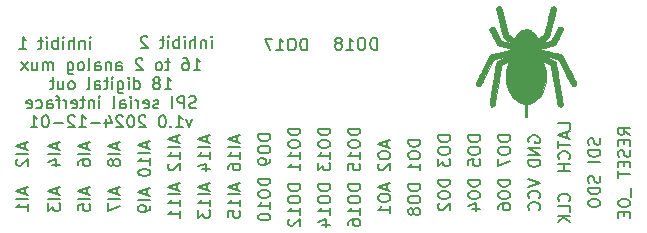
<source format=gbr>
G04 #@! TF.GenerationSoftware,KiCad,Pcbnew,6.0.11*
G04 #@! TF.CreationDate,2024-12-01T17:45:42+01:00*
G04 #@! TF.ProjectId,CCS_analog_mux-16in-18out,4343535f-616e-4616-9c6f-675f6d75782d,rev?*
G04 #@! TF.SameCoordinates,Original*
G04 #@! TF.FileFunction,Legend,Bot*
G04 #@! TF.FilePolarity,Positive*
%FSLAX46Y46*%
G04 Gerber Fmt 4.6, Leading zero omitted, Abs format (unit mm)*
G04 Created by KiCad (PCBNEW 6.0.11) date 2024-12-01 17:45:42*
%MOMM*%
%LPD*%
G01*
G04 APERTURE LIST*
%ADD10C,0.150000*%
%ADD11C,0.010000*%
G04 APERTURE END LIST*
D10*
X66008095Y-38842380D02*
X66008095Y-37842380D01*
X65770000Y-37842380D01*
X65627142Y-37890000D01*
X65531904Y-37985238D01*
X65484285Y-38080476D01*
X65436666Y-38270952D01*
X65436666Y-38413809D01*
X65484285Y-38604285D01*
X65531904Y-38699523D01*
X65627142Y-38794761D01*
X65770000Y-38842380D01*
X66008095Y-38842380D01*
X64817619Y-37842380D02*
X64627142Y-37842380D01*
X64531904Y-37890000D01*
X64436666Y-37985238D01*
X64389047Y-38175714D01*
X64389047Y-38509047D01*
X64436666Y-38699523D01*
X64531904Y-38794761D01*
X64627142Y-38842380D01*
X64817619Y-38842380D01*
X64912857Y-38794761D01*
X65008095Y-38699523D01*
X65055714Y-38509047D01*
X65055714Y-38175714D01*
X65008095Y-37985238D01*
X64912857Y-37890000D01*
X64817619Y-37842380D01*
X63436666Y-38842380D02*
X64008095Y-38842380D01*
X63722380Y-38842380D02*
X63722380Y-37842380D01*
X63817619Y-37985238D01*
X63912857Y-38080476D01*
X64008095Y-38128095D01*
X62865238Y-38270952D02*
X62960476Y-38223333D01*
X63008095Y-38175714D01*
X63055714Y-38080476D01*
X63055714Y-38032857D01*
X63008095Y-37937619D01*
X62960476Y-37890000D01*
X62865238Y-37842380D01*
X62674761Y-37842380D01*
X62579523Y-37890000D01*
X62531904Y-37937619D01*
X62484285Y-38032857D01*
X62484285Y-38080476D01*
X62531904Y-38175714D01*
X62579523Y-38223333D01*
X62674761Y-38270952D01*
X62865238Y-38270952D01*
X62960476Y-38318571D01*
X63008095Y-38366190D01*
X63055714Y-38461428D01*
X63055714Y-38651904D01*
X63008095Y-38747142D01*
X62960476Y-38794761D01*
X62865238Y-38842380D01*
X62674761Y-38842380D01*
X62579523Y-38794761D01*
X62531904Y-38747142D01*
X62484285Y-38651904D01*
X62484285Y-38461428D01*
X62531904Y-38366190D01*
X62579523Y-38318571D01*
X62674761Y-38270952D01*
X60088095Y-38892380D02*
X60088095Y-37892380D01*
X59850000Y-37892380D01*
X59707142Y-37940000D01*
X59611904Y-38035238D01*
X59564285Y-38130476D01*
X59516666Y-38320952D01*
X59516666Y-38463809D01*
X59564285Y-38654285D01*
X59611904Y-38749523D01*
X59707142Y-38844761D01*
X59850000Y-38892380D01*
X60088095Y-38892380D01*
X58897619Y-37892380D02*
X58707142Y-37892380D01*
X58611904Y-37940000D01*
X58516666Y-38035238D01*
X58469047Y-38225714D01*
X58469047Y-38559047D01*
X58516666Y-38749523D01*
X58611904Y-38844761D01*
X58707142Y-38892380D01*
X58897619Y-38892380D01*
X58992857Y-38844761D01*
X59088095Y-38749523D01*
X59135714Y-38559047D01*
X59135714Y-38225714D01*
X59088095Y-38035238D01*
X58992857Y-37940000D01*
X58897619Y-37892380D01*
X57516666Y-38892380D02*
X58088095Y-38892380D01*
X57802380Y-38892380D02*
X57802380Y-37892380D01*
X57897619Y-38035238D01*
X57992857Y-38130476D01*
X58088095Y-38178095D01*
X57183333Y-37892380D02*
X56516666Y-37892380D01*
X56945238Y-38892380D01*
X52026190Y-38702380D02*
X52026190Y-38035714D01*
X52026190Y-37702380D02*
X52073809Y-37750000D01*
X52026190Y-37797619D01*
X51978571Y-37750000D01*
X52026190Y-37702380D01*
X52026190Y-37797619D01*
X51550000Y-38035714D02*
X51550000Y-38702380D01*
X51550000Y-38130952D02*
X51502380Y-38083333D01*
X51407142Y-38035714D01*
X51264285Y-38035714D01*
X51169047Y-38083333D01*
X51121428Y-38178571D01*
X51121428Y-38702380D01*
X50645238Y-38702380D02*
X50645238Y-37702380D01*
X50216666Y-38702380D02*
X50216666Y-38178571D01*
X50264285Y-38083333D01*
X50359523Y-38035714D01*
X50502380Y-38035714D01*
X50597619Y-38083333D01*
X50645238Y-38130952D01*
X49740476Y-38702380D02*
X49740476Y-38035714D01*
X49740476Y-37702380D02*
X49788095Y-37750000D01*
X49740476Y-37797619D01*
X49692857Y-37750000D01*
X49740476Y-37702380D01*
X49740476Y-37797619D01*
X49264285Y-38702380D02*
X49264285Y-37702380D01*
X49264285Y-38083333D02*
X49169047Y-38035714D01*
X48978571Y-38035714D01*
X48883333Y-38083333D01*
X48835714Y-38130952D01*
X48788095Y-38226190D01*
X48788095Y-38511904D01*
X48835714Y-38607142D01*
X48883333Y-38654761D01*
X48978571Y-38702380D01*
X49169047Y-38702380D01*
X49264285Y-38654761D01*
X48359523Y-38702380D02*
X48359523Y-38035714D01*
X48359523Y-37702380D02*
X48407142Y-37750000D01*
X48359523Y-37797619D01*
X48311904Y-37750000D01*
X48359523Y-37702380D01*
X48359523Y-37797619D01*
X48026190Y-38035714D02*
X47645238Y-38035714D01*
X47883333Y-37702380D02*
X47883333Y-38559523D01*
X47835714Y-38654761D01*
X47740476Y-38702380D01*
X47645238Y-38702380D01*
X46597619Y-37797619D02*
X46550000Y-37750000D01*
X46454761Y-37702380D01*
X46216666Y-37702380D01*
X46121428Y-37750000D01*
X46073809Y-37797619D01*
X46026190Y-37892857D01*
X46026190Y-37988095D01*
X46073809Y-38130952D01*
X46645238Y-38702380D01*
X46026190Y-38702380D01*
X41746190Y-38742380D02*
X41746190Y-38075714D01*
X41746190Y-37742380D02*
X41793809Y-37790000D01*
X41746190Y-37837619D01*
X41698571Y-37790000D01*
X41746190Y-37742380D01*
X41746190Y-37837619D01*
X41270000Y-38075714D02*
X41270000Y-38742380D01*
X41270000Y-38170952D02*
X41222380Y-38123333D01*
X41127142Y-38075714D01*
X40984285Y-38075714D01*
X40889047Y-38123333D01*
X40841428Y-38218571D01*
X40841428Y-38742380D01*
X40365238Y-38742380D02*
X40365238Y-37742380D01*
X39936666Y-38742380D02*
X39936666Y-38218571D01*
X39984285Y-38123333D01*
X40079523Y-38075714D01*
X40222380Y-38075714D01*
X40317619Y-38123333D01*
X40365238Y-38170952D01*
X39460476Y-38742380D02*
X39460476Y-38075714D01*
X39460476Y-37742380D02*
X39508095Y-37790000D01*
X39460476Y-37837619D01*
X39412857Y-37790000D01*
X39460476Y-37742380D01*
X39460476Y-37837619D01*
X38984285Y-38742380D02*
X38984285Y-37742380D01*
X38984285Y-38123333D02*
X38889047Y-38075714D01*
X38698571Y-38075714D01*
X38603333Y-38123333D01*
X38555714Y-38170952D01*
X38508095Y-38266190D01*
X38508095Y-38551904D01*
X38555714Y-38647142D01*
X38603333Y-38694761D01*
X38698571Y-38742380D01*
X38889047Y-38742380D01*
X38984285Y-38694761D01*
X38079523Y-38742380D02*
X38079523Y-38075714D01*
X38079523Y-37742380D02*
X38127142Y-37790000D01*
X38079523Y-37837619D01*
X38031904Y-37790000D01*
X38079523Y-37742380D01*
X38079523Y-37837619D01*
X37746190Y-38075714D02*
X37365238Y-38075714D01*
X37603333Y-37742380D02*
X37603333Y-38599523D01*
X37555714Y-38694761D01*
X37460476Y-38742380D01*
X37365238Y-38742380D01*
X35746190Y-38742380D02*
X36317619Y-38742380D01*
X36031904Y-38742380D02*
X36031904Y-37742380D01*
X36127142Y-37885238D01*
X36222380Y-37980476D01*
X36317619Y-38028095D01*
X50496190Y-40577380D02*
X51067619Y-40577380D01*
X50781904Y-40577380D02*
X50781904Y-39577380D01*
X50877142Y-39720238D01*
X50972380Y-39815476D01*
X51067619Y-39863095D01*
X49639047Y-39577380D02*
X49829523Y-39577380D01*
X49924761Y-39625000D01*
X49972380Y-39672619D01*
X50067619Y-39815476D01*
X50115238Y-40005952D01*
X50115238Y-40386904D01*
X50067619Y-40482142D01*
X50020000Y-40529761D01*
X49924761Y-40577380D01*
X49734285Y-40577380D01*
X49639047Y-40529761D01*
X49591428Y-40482142D01*
X49543809Y-40386904D01*
X49543809Y-40148809D01*
X49591428Y-40053571D01*
X49639047Y-40005952D01*
X49734285Y-39958333D01*
X49924761Y-39958333D01*
X50020000Y-40005952D01*
X50067619Y-40053571D01*
X50115238Y-40148809D01*
X48496190Y-39910714D02*
X48115238Y-39910714D01*
X48353333Y-39577380D02*
X48353333Y-40434523D01*
X48305714Y-40529761D01*
X48210476Y-40577380D01*
X48115238Y-40577380D01*
X47639047Y-40577380D02*
X47734285Y-40529761D01*
X47781904Y-40482142D01*
X47829523Y-40386904D01*
X47829523Y-40101190D01*
X47781904Y-40005952D01*
X47734285Y-39958333D01*
X47639047Y-39910714D01*
X47496190Y-39910714D01*
X47400952Y-39958333D01*
X47353333Y-40005952D01*
X47305714Y-40101190D01*
X47305714Y-40386904D01*
X47353333Y-40482142D01*
X47400952Y-40529761D01*
X47496190Y-40577380D01*
X47639047Y-40577380D01*
X46162857Y-39672619D02*
X46115238Y-39625000D01*
X46020000Y-39577380D01*
X45781904Y-39577380D01*
X45686666Y-39625000D01*
X45639047Y-39672619D01*
X45591428Y-39767857D01*
X45591428Y-39863095D01*
X45639047Y-40005952D01*
X46210476Y-40577380D01*
X45591428Y-40577380D01*
X43972380Y-40577380D02*
X43972380Y-40053571D01*
X44020000Y-39958333D01*
X44115238Y-39910714D01*
X44305714Y-39910714D01*
X44400952Y-39958333D01*
X43972380Y-40529761D02*
X44067619Y-40577380D01*
X44305714Y-40577380D01*
X44400952Y-40529761D01*
X44448571Y-40434523D01*
X44448571Y-40339285D01*
X44400952Y-40244047D01*
X44305714Y-40196428D01*
X44067619Y-40196428D01*
X43972380Y-40148809D01*
X43496190Y-39910714D02*
X43496190Y-40577380D01*
X43496190Y-40005952D02*
X43448571Y-39958333D01*
X43353333Y-39910714D01*
X43210476Y-39910714D01*
X43115238Y-39958333D01*
X43067619Y-40053571D01*
X43067619Y-40577380D01*
X42162857Y-40577380D02*
X42162857Y-40053571D01*
X42210476Y-39958333D01*
X42305714Y-39910714D01*
X42496190Y-39910714D01*
X42591428Y-39958333D01*
X42162857Y-40529761D02*
X42258095Y-40577380D01*
X42496190Y-40577380D01*
X42591428Y-40529761D01*
X42639047Y-40434523D01*
X42639047Y-40339285D01*
X42591428Y-40244047D01*
X42496190Y-40196428D01*
X42258095Y-40196428D01*
X42162857Y-40148809D01*
X41543809Y-40577380D02*
X41639047Y-40529761D01*
X41686666Y-40434523D01*
X41686666Y-39577380D01*
X41020000Y-40577380D02*
X41115238Y-40529761D01*
X41162857Y-40482142D01*
X41210476Y-40386904D01*
X41210476Y-40101190D01*
X41162857Y-40005952D01*
X41115238Y-39958333D01*
X41020000Y-39910714D01*
X40877142Y-39910714D01*
X40781904Y-39958333D01*
X40734285Y-40005952D01*
X40686666Y-40101190D01*
X40686666Y-40386904D01*
X40734285Y-40482142D01*
X40781904Y-40529761D01*
X40877142Y-40577380D01*
X41020000Y-40577380D01*
X39829523Y-39910714D02*
X39829523Y-40720238D01*
X39877142Y-40815476D01*
X39924761Y-40863095D01*
X40020000Y-40910714D01*
X40162857Y-40910714D01*
X40258095Y-40863095D01*
X39829523Y-40529761D02*
X39924761Y-40577380D01*
X40115238Y-40577380D01*
X40210476Y-40529761D01*
X40258095Y-40482142D01*
X40305714Y-40386904D01*
X40305714Y-40101190D01*
X40258095Y-40005952D01*
X40210476Y-39958333D01*
X40115238Y-39910714D01*
X39924761Y-39910714D01*
X39829523Y-39958333D01*
X38591428Y-40577380D02*
X38591428Y-39910714D01*
X38591428Y-40005952D02*
X38543809Y-39958333D01*
X38448571Y-39910714D01*
X38305714Y-39910714D01*
X38210476Y-39958333D01*
X38162857Y-40053571D01*
X38162857Y-40577380D01*
X38162857Y-40053571D02*
X38115238Y-39958333D01*
X38020000Y-39910714D01*
X37877142Y-39910714D01*
X37781904Y-39958333D01*
X37734285Y-40053571D01*
X37734285Y-40577380D01*
X36829523Y-39910714D02*
X36829523Y-40577380D01*
X37258095Y-39910714D02*
X37258095Y-40434523D01*
X37210476Y-40529761D01*
X37115238Y-40577380D01*
X36972380Y-40577380D01*
X36877142Y-40529761D01*
X36829523Y-40482142D01*
X36448571Y-40577380D02*
X35924761Y-39910714D01*
X36448571Y-39910714D02*
X35924761Y-40577380D01*
X48043809Y-42187380D02*
X48615238Y-42187380D01*
X48329523Y-42187380D02*
X48329523Y-41187380D01*
X48424761Y-41330238D01*
X48520000Y-41425476D01*
X48615238Y-41473095D01*
X47472380Y-41615952D02*
X47567619Y-41568333D01*
X47615238Y-41520714D01*
X47662857Y-41425476D01*
X47662857Y-41377857D01*
X47615238Y-41282619D01*
X47567619Y-41235000D01*
X47472380Y-41187380D01*
X47281904Y-41187380D01*
X47186666Y-41235000D01*
X47139047Y-41282619D01*
X47091428Y-41377857D01*
X47091428Y-41425476D01*
X47139047Y-41520714D01*
X47186666Y-41568333D01*
X47281904Y-41615952D01*
X47472380Y-41615952D01*
X47567619Y-41663571D01*
X47615238Y-41711190D01*
X47662857Y-41806428D01*
X47662857Y-41996904D01*
X47615238Y-42092142D01*
X47567619Y-42139761D01*
X47472380Y-42187380D01*
X47281904Y-42187380D01*
X47186666Y-42139761D01*
X47139047Y-42092142D01*
X47091428Y-41996904D01*
X47091428Y-41806428D01*
X47139047Y-41711190D01*
X47186666Y-41663571D01*
X47281904Y-41615952D01*
X45472380Y-42187380D02*
X45472380Y-41187380D01*
X45472380Y-42139761D02*
X45567619Y-42187380D01*
X45758095Y-42187380D01*
X45853333Y-42139761D01*
X45900952Y-42092142D01*
X45948571Y-41996904D01*
X45948571Y-41711190D01*
X45900952Y-41615952D01*
X45853333Y-41568333D01*
X45758095Y-41520714D01*
X45567619Y-41520714D01*
X45472380Y-41568333D01*
X44996190Y-42187380D02*
X44996190Y-41520714D01*
X44996190Y-41187380D02*
X45043809Y-41235000D01*
X44996190Y-41282619D01*
X44948571Y-41235000D01*
X44996190Y-41187380D01*
X44996190Y-41282619D01*
X44091428Y-41520714D02*
X44091428Y-42330238D01*
X44139047Y-42425476D01*
X44186666Y-42473095D01*
X44281904Y-42520714D01*
X44424761Y-42520714D01*
X44520000Y-42473095D01*
X44091428Y-42139761D02*
X44186666Y-42187380D01*
X44377142Y-42187380D01*
X44472380Y-42139761D01*
X44520000Y-42092142D01*
X44567619Y-41996904D01*
X44567619Y-41711190D01*
X44520000Y-41615952D01*
X44472380Y-41568333D01*
X44377142Y-41520714D01*
X44186666Y-41520714D01*
X44091428Y-41568333D01*
X43615238Y-42187380D02*
X43615238Y-41520714D01*
X43615238Y-41187380D02*
X43662857Y-41235000D01*
X43615238Y-41282619D01*
X43567619Y-41235000D01*
X43615238Y-41187380D01*
X43615238Y-41282619D01*
X43281904Y-41520714D02*
X42900952Y-41520714D01*
X43139047Y-41187380D02*
X43139047Y-42044523D01*
X43091428Y-42139761D01*
X42996190Y-42187380D01*
X42900952Y-42187380D01*
X42139047Y-42187380D02*
X42139047Y-41663571D01*
X42186666Y-41568333D01*
X42281904Y-41520714D01*
X42472380Y-41520714D01*
X42567619Y-41568333D01*
X42139047Y-42139761D02*
X42234285Y-42187380D01*
X42472380Y-42187380D01*
X42567619Y-42139761D01*
X42615238Y-42044523D01*
X42615238Y-41949285D01*
X42567619Y-41854047D01*
X42472380Y-41806428D01*
X42234285Y-41806428D01*
X42139047Y-41758809D01*
X41520000Y-42187380D02*
X41615238Y-42139761D01*
X41662857Y-42044523D01*
X41662857Y-41187380D01*
X40234285Y-42187380D02*
X40329523Y-42139761D01*
X40377142Y-42092142D01*
X40424761Y-41996904D01*
X40424761Y-41711190D01*
X40377142Y-41615952D01*
X40329523Y-41568333D01*
X40234285Y-41520714D01*
X40091428Y-41520714D01*
X39996190Y-41568333D01*
X39948571Y-41615952D01*
X39900952Y-41711190D01*
X39900952Y-41996904D01*
X39948571Y-42092142D01*
X39996190Y-42139761D01*
X40091428Y-42187380D01*
X40234285Y-42187380D01*
X39043809Y-41520714D02*
X39043809Y-42187380D01*
X39472380Y-41520714D02*
X39472380Y-42044523D01*
X39424761Y-42139761D01*
X39329523Y-42187380D01*
X39186666Y-42187380D01*
X39091428Y-42139761D01*
X39043809Y-42092142D01*
X38710476Y-41520714D02*
X38329523Y-41520714D01*
X38567619Y-41187380D02*
X38567619Y-42044523D01*
X38520000Y-42139761D01*
X38424761Y-42187380D01*
X38329523Y-42187380D01*
X50710476Y-43749761D02*
X50567619Y-43797380D01*
X50329523Y-43797380D01*
X50234285Y-43749761D01*
X50186666Y-43702142D01*
X50139047Y-43606904D01*
X50139047Y-43511666D01*
X50186666Y-43416428D01*
X50234285Y-43368809D01*
X50329523Y-43321190D01*
X50520000Y-43273571D01*
X50615238Y-43225952D01*
X50662857Y-43178333D01*
X50710476Y-43083095D01*
X50710476Y-42987857D01*
X50662857Y-42892619D01*
X50615238Y-42845000D01*
X50520000Y-42797380D01*
X50281904Y-42797380D01*
X50139047Y-42845000D01*
X49710476Y-43797380D02*
X49710476Y-42797380D01*
X49329523Y-42797380D01*
X49234285Y-42845000D01*
X49186666Y-42892619D01*
X49139047Y-42987857D01*
X49139047Y-43130714D01*
X49186666Y-43225952D01*
X49234285Y-43273571D01*
X49329523Y-43321190D01*
X49710476Y-43321190D01*
X48710476Y-43797380D02*
X48710476Y-42797380D01*
X47520000Y-43749761D02*
X47424761Y-43797380D01*
X47234285Y-43797380D01*
X47139047Y-43749761D01*
X47091428Y-43654523D01*
X47091428Y-43606904D01*
X47139047Y-43511666D01*
X47234285Y-43464047D01*
X47377142Y-43464047D01*
X47472380Y-43416428D01*
X47520000Y-43321190D01*
X47520000Y-43273571D01*
X47472380Y-43178333D01*
X47377142Y-43130714D01*
X47234285Y-43130714D01*
X47139047Y-43178333D01*
X46281904Y-43749761D02*
X46377142Y-43797380D01*
X46567619Y-43797380D01*
X46662857Y-43749761D01*
X46710476Y-43654523D01*
X46710476Y-43273571D01*
X46662857Y-43178333D01*
X46567619Y-43130714D01*
X46377142Y-43130714D01*
X46281904Y-43178333D01*
X46234285Y-43273571D01*
X46234285Y-43368809D01*
X46710476Y-43464047D01*
X45805714Y-43797380D02*
X45805714Y-43130714D01*
X45805714Y-43321190D02*
X45758095Y-43225952D01*
X45710476Y-43178333D01*
X45615238Y-43130714D01*
X45520000Y-43130714D01*
X45186666Y-43797380D02*
X45186666Y-43130714D01*
X45186666Y-42797380D02*
X45234285Y-42845000D01*
X45186666Y-42892619D01*
X45139047Y-42845000D01*
X45186666Y-42797380D01*
X45186666Y-42892619D01*
X44281904Y-43797380D02*
X44281904Y-43273571D01*
X44329523Y-43178333D01*
X44424761Y-43130714D01*
X44615238Y-43130714D01*
X44710476Y-43178333D01*
X44281904Y-43749761D02*
X44377142Y-43797380D01*
X44615238Y-43797380D01*
X44710476Y-43749761D01*
X44758095Y-43654523D01*
X44758095Y-43559285D01*
X44710476Y-43464047D01*
X44615238Y-43416428D01*
X44377142Y-43416428D01*
X44281904Y-43368809D01*
X43662857Y-43797380D02*
X43758095Y-43749761D01*
X43805714Y-43654523D01*
X43805714Y-42797380D01*
X42520000Y-43797380D02*
X42520000Y-43130714D01*
X42520000Y-42797380D02*
X42567619Y-42845000D01*
X42520000Y-42892619D01*
X42472380Y-42845000D01*
X42520000Y-42797380D01*
X42520000Y-42892619D01*
X42043809Y-43130714D02*
X42043809Y-43797380D01*
X42043809Y-43225952D02*
X41996190Y-43178333D01*
X41900952Y-43130714D01*
X41758095Y-43130714D01*
X41662857Y-43178333D01*
X41615238Y-43273571D01*
X41615238Y-43797380D01*
X41281904Y-43130714D02*
X40900952Y-43130714D01*
X41139047Y-42797380D02*
X41139047Y-43654523D01*
X41091428Y-43749761D01*
X40996190Y-43797380D01*
X40900952Y-43797380D01*
X40186666Y-43749761D02*
X40281904Y-43797380D01*
X40472380Y-43797380D01*
X40567619Y-43749761D01*
X40615238Y-43654523D01*
X40615238Y-43273571D01*
X40567619Y-43178333D01*
X40472380Y-43130714D01*
X40281904Y-43130714D01*
X40186666Y-43178333D01*
X40139047Y-43273571D01*
X40139047Y-43368809D01*
X40615238Y-43464047D01*
X39710476Y-43797380D02*
X39710476Y-43130714D01*
X39710476Y-43321190D02*
X39662857Y-43225952D01*
X39615238Y-43178333D01*
X39520000Y-43130714D01*
X39424761Y-43130714D01*
X39234285Y-43130714D02*
X38853333Y-43130714D01*
X39091428Y-43797380D02*
X39091428Y-42940238D01*
X39043809Y-42845000D01*
X38948571Y-42797380D01*
X38853333Y-42797380D01*
X38091428Y-43797380D02*
X38091428Y-43273571D01*
X38139047Y-43178333D01*
X38234285Y-43130714D01*
X38424761Y-43130714D01*
X38520000Y-43178333D01*
X38091428Y-43749761D02*
X38186666Y-43797380D01*
X38424761Y-43797380D01*
X38520000Y-43749761D01*
X38567619Y-43654523D01*
X38567619Y-43559285D01*
X38520000Y-43464047D01*
X38424761Y-43416428D01*
X38186666Y-43416428D01*
X38091428Y-43368809D01*
X37186666Y-43749761D02*
X37281904Y-43797380D01*
X37472380Y-43797380D01*
X37567619Y-43749761D01*
X37615238Y-43702142D01*
X37662857Y-43606904D01*
X37662857Y-43321190D01*
X37615238Y-43225952D01*
X37567619Y-43178333D01*
X37472380Y-43130714D01*
X37281904Y-43130714D01*
X37186666Y-43178333D01*
X36377142Y-43749761D02*
X36472380Y-43797380D01*
X36662857Y-43797380D01*
X36758095Y-43749761D01*
X36805714Y-43654523D01*
X36805714Y-43273571D01*
X36758095Y-43178333D01*
X36662857Y-43130714D01*
X36472380Y-43130714D01*
X36377142Y-43178333D01*
X36329523Y-43273571D01*
X36329523Y-43368809D01*
X36805714Y-43464047D01*
X50377142Y-44740714D02*
X50139047Y-45407380D01*
X49900952Y-44740714D01*
X48996190Y-45407380D02*
X49567619Y-45407380D01*
X49281904Y-45407380D02*
X49281904Y-44407380D01*
X49377142Y-44550238D01*
X49472380Y-44645476D01*
X49567619Y-44693095D01*
X48567619Y-45312142D02*
X48520000Y-45359761D01*
X48567619Y-45407380D01*
X48615238Y-45359761D01*
X48567619Y-45312142D01*
X48567619Y-45407380D01*
X47900952Y-44407380D02*
X47805714Y-44407380D01*
X47710476Y-44455000D01*
X47662857Y-44502619D01*
X47615238Y-44597857D01*
X47567619Y-44788333D01*
X47567619Y-45026428D01*
X47615238Y-45216904D01*
X47662857Y-45312142D01*
X47710476Y-45359761D01*
X47805714Y-45407380D01*
X47900952Y-45407380D01*
X47996190Y-45359761D01*
X48043809Y-45312142D01*
X48091428Y-45216904D01*
X48139047Y-45026428D01*
X48139047Y-44788333D01*
X48091428Y-44597857D01*
X48043809Y-44502619D01*
X47996190Y-44455000D01*
X47900952Y-44407380D01*
X46424761Y-44502619D02*
X46377142Y-44455000D01*
X46281904Y-44407380D01*
X46043809Y-44407380D01*
X45948571Y-44455000D01*
X45900952Y-44502619D01*
X45853333Y-44597857D01*
X45853333Y-44693095D01*
X45900952Y-44835952D01*
X46472380Y-45407380D01*
X45853333Y-45407380D01*
X45234285Y-44407380D02*
X45139047Y-44407380D01*
X45043809Y-44455000D01*
X44996190Y-44502619D01*
X44948571Y-44597857D01*
X44900952Y-44788333D01*
X44900952Y-45026428D01*
X44948571Y-45216904D01*
X44996190Y-45312142D01*
X45043809Y-45359761D01*
X45139047Y-45407380D01*
X45234285Y-45407380D01*
X45329523Y-45359761D01*
X45377142Y-45312142D01*
X45424761Y-45216904D01*
X45472380Y-45026428D01*
X45472380Y-44788333D01*
X45424761Y-44597857D01*
X45377142Y-44502619D01*
X45329523Y-44455000D01*
X45234285Y-44407380D01*
X44520000Y-44502619D02*
X44472380Y-44455000D01*
X44377142Y-44407380D01*
X44139047Y-44407380D01*
X44043809Y-44455000D01*
X43996190Y-44502619D01*
X43948571Y-44597857D01*
X43948571Y-44693095D01*
X43996190Y-44835952D01*
X44567619Y-45407380D01*
X43948571Y-45407380D01*
X43091428Y-44740714D02*
X43091428Y-45407380D01*
X43329523Y-44359761D02*
X43567619Y-45074047D01*
X42948571Y-45074047D01*
X42567619Y-45026428D02*
X41805714Y-45026428D01*
X40805714Y-45407380D02*
X41377142Y-45407380D01*
X41091428Y-45407380D02*
X41091428Y-44407380D01*
X41186666Y-44550238D01*
X41281904Y-44645476D01*
X41377142Y-44693095D01*
X40424761Y-44502619D02*
X40377142Y-44455000D01*
X40281904Y-44407380D01*
X40043809Y-44407380D01*
X39948571Y-44455000D01*
X39900952Y-44502619D01*
X39853333Y-44597857D01*
X39853333Y-44693095D01*
X39900952Y-44835952D01*
X40472380Y-45407380D01*
X39853333Y-45407380D01*
X39424761Y-45026428D02*
X38662857Y-45026428D01*
X37996190Y-44407380D02*
X37900952Y-44407380D01*
X37805714Y-44455000D01*
X37758095Y-44502619D01*
X37710476Y-44597857D01*
X37662857Y-44788333D01*
X37662857Y-45026428D01*
X37710476Y-45216904D01*
X37758095Y-45312142D01*
X37805714Y-45359761D01*
X37900952Y-45407380D01*
X37996190Y-45407380D01*
X38091428Y-45359761D01*
X38139047Y-45312142D01*
X38186666Y-45216904D01*
X38234285Y-45026428D01*
X38234285Y-44788333D01*
X38186666Y-44597857D01*
X38139047Y-44502619D01*
X38091428Y-44455000D01*
X37996190Y-44407380D01*
X36710476Y-45407380D02*
X37281904Y-45407380D01*
X36996190Y-45407380D02*
X36996190Y-44407380D01*
X37091428Y-44550238D01*
X37186666Y-44645476D01*
X37281904Y-44693095D01*
X87458380Y-46050523D02*
X86982190Y-45717190D01*
X87458380Y-45479095D02*
X86458380Y-45479095D01*
X86458380Y-45860047D01*
X86506000Y-45955285D01*
X86553619Y-46002904D01*
X86648857Y-46050523D01*
X86791714Y-46050523D01*
X86886952Y-46002904D01*
X86934571Y-45955285D01*
X86982190Y-45860047D01*
X86982190Y-45479095D01*
X86934571Y-46479095D02*
X86934571Y-46812428D01*
X87458380Y-46955285D02*
X87458380Y-46479095D01*
X86458380Y-46479095D01*
X86458380Y-46955285D01*
X87410761Y-47336238D02*
X87458380Y-47479095D01*
X87458380Y-47717190D01*
X87410761Y-47812428D01*
X87363142Y-47860047D01*
X87267904Y-47907666D01*
X87172666Y-47907666D01*
X87077428Y-47860047D01*
X87029809Y-47812428D01*
X86982190Y-47717190D01*
X86934571Y-47526714D01*
X86886952Y-47431476D01*
X86839333Y-47383857D01*
X86744095Y-47336238D01*
X86648857Y-47336238D01*
X86553619Y-47383857D01*
X86506000Y-47431476D01*
X86458380Y-47526714D01*
X86458380Y-47764809D01*
X86506000Y-47907666D01*
X86934571Y-48336238D02*
X86934571Y-48669571D01*
X87458380Y-48812428D02*
X87458380Y-48336238D01*
X86458380Y-48336238D01*
X86458380Y-48812428D01*
X86458380Y-49098142D02*
X86458380Y-49669571D01*
X87458380Y-49383857D02*
X86458380Y-49383857D01*
X87553619Y-50526714D02*
X87553619Y-51288619D01*
X86458380Y-51717190D02*
X86458380Y-51907666D01*
X86506000Y-52002904D01*
X86601238Y-52098142D01*
X86791714Y-52145761D01*
X87125047Y-52145761D01*
X87315523Y-52098142D01*
X87410761Y-52002904D01*
X87458380Y-51907666D01*
X87458380Y-51717190D01*
X87410761Y-51621952D01*
X87315523Y-51526714D01*
X87125047Y-51479095D01*
X86791714Y-51479095D01*
X86601238Y-51526714D01*
X86506000Y-51621952D01*
X86458380Y-51717190D01*
X86934571Y-52574333D02*
X86934571Y-52907666D01*
X87458380Y-53050523D02*
X87458380Y-52574333D01*
X86458380Y-52574333D01*
X86458380Y-53050523D01*
X84870761Y-46336238D02*
X84918380Y-46479095D01*
X84918380Y-46717190D01*
X84870761Y-46812428D01*
X84823142Y-46860047D01*
X84727904Y-46907666D01*
X84632666Y-46907666D01*
X84537428Y-46860047D01*
X84489809Y-46812428D01*
X84442190Y-46717190D01*
X84394571Y-46526714D01*
X84346952Y-46431476D01*
X84299333Y-46383857D01*
X84204095Y-46336238D01*
X84108857Y-46336238D01*
X84013619Y-46383857D01*
X83966000Y-46431476D01*
X83918380Y-46526714D01*
X83918380Y-46764809D01*
X83966000Y-46907666D01*
X84918380Y-47336238D02*
X83918380Y-47336238D01*
X83918380Y-47574333D01*
X83966000Y-47717190D01*
X84061238Y-47812428D01*
X84156476Y-47860047D01*
X84346952Y-47907666D01*
X84489809Y-47907666D01*
X84680285Y-47860047D01*
X84775523Y-47812428D01*
X84870761Y-47717190D01*
X84918380Y-47574333D01*
X84918380Y-47336238D01*
X84918380Y-48336238D02*
X83918380Y-48336238D01*
X84870761Y-49526714D02*
X84918380Y-49669571D01*
X84918380Y-49907666D01*
X84870761Y-50002904D01*
X84823142Y-50050523D01*
X84727904Y-50098142D01*
X84632666Y-50098142D01*
X84537428Y-50050523D01*
X84489809Y-50002904D01*
X84442190Y-49907666D01*
X84394571Y-49717190D01*
X84346952Y-49621952D01*
X84299333Y-49574333D01*
X84204095Y-49526714D01*
X84108857Y-49526714D01*
X84013619Y-49574333D01*
X83966000Y-49621952D01*
X83918380Y-49717190D01*
X83918380Y-49955285D01*
X83966000Y-50098142D01*
X84918380Y-50526714D02*
X83918380Y-50526714D01*
X83918380Y-50764809D01*
X83966000Y-50907666D01*
X84061238Y-51002904D01*
X84156476Y-51050523D01*
X84346952Y-51098142D01*
X84489809Y-51098142D01*
X84680285Y-51050523D01*
X84775523Y-51002904D01*
X84870761Y-50907666D01*
X84918380Y-50764809D01*
X84918380Y-50526714D01*
X83918380Y-51717190D02*
X83918380Y-51907666D01*
X83966000Y-52002904D01*
X84061238Y-52098142D01*
X84251714Y-52145761D01*
X84585047Y-52145761D01*
X84775523Y-52098142D01*
X84870761Y-52002904D01*
X84918380Y-51907666D01*
X84918380Y-51717190D01*
X84870761Y-51621952D01*
X84775523Y-51526714D01*
X84585047Y-51479095D01*
X84251714Y-51479095D01*
X84061238Y-51526714D01*
X83966000Y-51621952D01*
X83918380Y-51717190D01*
X82378380Y-45550523D02*
X82378380Y-45074333D01*
X81378380Y-45074333D01*
X82092666Y-45836238D02*
X82092666Y-46312428D01*
X82378380Y-45741000D02*
X81378380Y-46074333D01*
X82378380Y-46407666D01*
X81378380Y-46598142D02*
X81378380Y-47169571D01*
X82378380Y-46883857D02*
X81378380Y-46883857D01*
X82283142Y-48074333D02*
X82330761Y-48026714D01*
X82378380Y-47883857D01*
X82378380Y-47788619D01*
X82330761Y-47645761D01*
X82235523Y-47550523D01*
X82140285Y-47502904D01*
X81949809Y-47455285D01*
X81806952Y-47455285D01*
X81616476Y-47502904D01*
X81521238Y-47550523D01*
X81426000Y-47645761D01*
X81378380Y-47788619D01*
X81378380Y-47883857D01*
X81426000Y-48026714D01*
X81473619Y-48074333D01*
X82378380Y-48502904D02*
X81378380Y-48502904D01*
X81854571Y-48502904D02*
X81854571Y-49074333D01*
X82378380Y-49074333D02*
X81378380Y-49074333D01*
X82283142Y-51645761D02*
X82330761Y-51598142D01*
X82378380Y-51455285D01*
X82378380Y-51360047D01*
X82330761Y-51217190D01*
X82235523Y-51121952D01*
X82140285Y-51074333D01*
X81949809Y-51026714D01*
X81806952Y-51026714D01*
X81616476Y-51074333D01*
X81521238Y-51121952D01*
X81426000Y-51217190D01*
X81378380Y-51360047D01*
X81378380Y-51455285D01*
X81426000Y-51598142D01*
X81473619Y-51645761D01*
X82378380Y-52550523D02*
X82378380Y-52074333D01*
X81378380Y-52074333D01*
X82378380Y-52883857D02*
X81378380Y-52883857D01*
X82378380Y-53455285D02*
X81806952Y-53026714D01*
X81378380Y-53455285D02*
X81949809Y-52883857D01*
X78886000Y-46669571D02*
X78838380Y-46574333D01*
X78838380Y-46431476D01*
X78886000Y-46288619D01*
X78981238Y-46193380D01*
X79076476Y-46145761D01*
X79266952Y-46098142D01*
X79409809Y-46098142D01*
X79600285Y-46145761D01*
X79695523Y-46193380D01*
X79790761Y-46288619D01*
X79838380Y-46431476D01*
X79838380Y-46526714D01*
X79790761Y-46669571D01*
X79743142Y-46717190D01*
X79409809Y-46717190D01*
X79409809Y-46526714D01*
X79838380Y-47145761D02*
X78838380Y-47145761D01*
X79838380Y-47717190D01*
X78838380Y-47717190D01*
X79838380Y-48193380D02*
X78838380Y-48193380D01*
X78838380Y-48431476D01*
X78886000Y-48574333D01*
X78981238Y-48669571D01*
X79076476Y-48717190D01*
X79266952Y-48764809D01*
X79409809Y-48764809D01*
X79600285Y-48717190D01*
X79695523Y-48669571D01*
X79790761Y-48574333D01*
X79838380Y-48431476D01*
X79838380Y-48193380D01*
X78838380Y-49812428D02*
X79838380Y-50145761D01*
X78838380Y-50479095D01*
X79743142Y-51383857D02*
X79790761Y-51336238D01*
X79838380Y-51193380D01*
X79838380Y-51098142D01*
X79790761Y-50955285D01*
X79695523Y-50860047D01*
X79600285Y-50812428D01*
X79409809Y-50764809D01*
X79266952Y-50764809D01*
X79076476Y-50812428D01*
X78981238Y-50860047D01*
X78886000Y-50955285D01*
X78838380Y-51098142D01*
X78838380Y-51193380D01*
X78886000Y-51336238D01*
X78933619Y-51383857D01*
X79743142Y-52383857D02*
X79790761Y-52336238D01*
X79838380Y-52193380D01*
X79838380Y-52098142D01*
X79790761Y-51955285D01*
X79695523Y-51860047D01*
X79600285Y-51812428D01*
X79409809Y-51764809D01*
X79266952Y-51764809D01*
X79076476Y-51812428D01*
X78981238Y-51860047D01*
X78886000Y-51955285D01*
X78838380Y-52098142D01*
X78838380Y-52193380D01*
X78886000Y-52336238D01*
X78933619Y-52383857D01*
X77298380Y-46098142D02*
X76298380Y-46098142D01*
X76298380Y-46336238D01*
X76346000Y-46479095D01*
X76441238Y-46574333D01*
X76536476Y-46621952D01*
X76726952Y-46669571D01*
X76869809Y-46669571D01*
X77060285Y-46621952D01*
X77155523Y-46574333D01*
X77250761Y-46479095D01*
X77298380Y-46336238D01*
X77298380Y-46098142D01*
X76298380Y-47288619D02*
X76298380Y-47479095D01*
X76346000Y-47574333D01*
X76441238Y-47669571D01*
X76631714Y-47717190D01*
X76965047Y-47717190D01*
X77155523Y-47669571D01*
X77250761Y-47574333D01*
X77298380Y-47479095D01*
X77298380Y-47288619D01*
X77250761Y-47193380D01*
X77155523Y-47098142D01*
X76965047Y-47050523D01*
X76631714Y-47050523D01*
X76441238Y-47098142D01*
X76346000Y-47193380D01*
X76298380Y-47288619D01*
X76298380Y-48050523D02*
X76298380Y-48717190D01*
X77298380Y-48288619D01*
X77298380Y-49860047D02*
X76298380Y-49860047D01*
X76298380Y-50098142D01*
X76346000Y-50241000D01*
X76441238Y-50336238D01*
X76536476Y-50383857D01*
X76726952Y-50431476D01*
X76869809Y-50431476D01*
X77060285Y-50383857D01*
X77155523Y-50336238D01*
X77250761Y-50241000D01*
X77298380Y-50098142D01*
X77298380Y-49860047D01*
X76298380Y-51050523D02*
X76298380Y-51241000D01*
X76346000Y-51336238D01*
X76441238Y-51431476D01*
X76631714Y-51479095D01*
X76965047Y-51479095D01*
X77155523Y-51431476D01*
X77250761Y-51336238D01*
X77298380Y-51241000D01*
X77298380Y-51050523D01*
X77250761Y-50955285D01*
X77155523Y-50860047D01*
X76965047Y-50812428D01*
X76631714Y-50812428D01*
X76441238Y-50860047D01*
X76346000Y-50955285D01*
X76298380Y-51050523D01*
X76298380Y-52336238D02*
X76298380Y-52145761D01*
X76346000Y-52050523D01*
X76393619Y-52002904D01*
X76536476Y-51907666D01*
X76726952Y-51860047D01*
X77107904Y-51860047D01*
X77203142Y-51907666D01*
X77250761Y-51955285D01*
X77298380Y-52050523D01*
X77298380Y-52241000D01*
X77250761Y-52336238D01*
X77203142Y-52383857D01*
X77107904Y-52431476D01*
X76869809Y-52431476D01*
X76774571Y-52383857D01*
X76726952Y-52336238D01*
X76679333Y-52241000D01*
X76679333Y-52050523D01*
X76726952Y-51955285D01*
X76774571Y-51907666D01*
X76869809Y-51860047D01*
X74758380Y-46098142D02*
X73758380Y-46098142D01*
X73758380Y-46336238D01*
X73806000Y-46479095D01*
X73901238Y-46574333D01*
X73996476Y-46621952D01*
X74186952Y-46669571D01*
X74329809Y-46669571D01*
X74520285Y-46621952D01*
X74615523Y-46574333D01*
X74710761Y-46479095D01*
X74758380Y-46336238D01*
X74758380Y-46098142D01*
X73758380Y-47288619D02*
X73758380Y-47479095D01*
X73806000Y-47574333D01*
X73901238Y-47669571D01*
X74091714Y-47717190D01*
X74425047Y-47717190D01*
X74615523Y-47669571D01*
X74710761Y-47574333D01*
X74758380Y-47479095D01*
X74758380Y-47288619D01*
X74710761Y-47193380D01*
X74615523Y-47098142D01*
X74425047Y-47050523D01*
X74091714Y-47050523D01*
X73901238Y-47098142D01*
X73806000Y-47193380D01*
X73758380Y-47288619D01*
X73758380Y-48621952D02*
X73758380Y-48145761D01*
X74234571Y-48098142D01*
X74186952Y-48145761D01*
X74139333Y-48241000D01*
X74139333Y-48479095D01*
X74186952Y-48574333D01*
X74234571Y-48621952D01*
X74329809Y-48669571D01*
X74567904Y-48669571D01*
X74663142Y-48621952D01*
X74710761Y-48574333D01*
X74758380Y-48479095D01*
X74758380Y-48241000D01*
X74710761Y-48145761D01*
X74663142Y-48098142D01*
X74758380Y-49860047D02*
X73758380Y-49860047D01*
X73758380Y-50098142D01*
X73806000Y-50241000D01*
X73901238Y-50336238D01*
X73996476Y-50383857D01*
X74186952Y-50431476D01*
X74329809Y-50431476D01*
X74520285Y-50383857D01*
X74615523Y-50336238D01*
X74710761Y-50241000D01*
X74758380Y-50098142D01*
X74758380Y-49860047D01*
X73758380Y-51050523D02*
X73758380Y-51241000D01*
X73806000Y-51336238D01*
X73901238Y-51431476D01*
X74091714Y-51479095D01*
X74425047Y-51479095D01*
X74615523Y-51431476D01*
X74710761Y-51336238D01*
X74758380Y-51241000D01*
X74758380Y-51050523D01*
X74710761Y-50955285D01*
X74615523Y-50860047D01*
X74425047Y-50812428D01*
X74091714Y-50812428D01*
X73901238Y-50860047D01*
X73806000Y-50955285D01*
X73758380Y-51050523D01*
X74091714Y-52336238D02*
X74758380Y-52336238D01*
X73710761Y-52098142D02*
X74425047Y-51860047D01*
X74425047Y-52479095D01*
X72218380Y-46098142D02*
X71218380Y-46098142D01*
X71218380Y-46336238D01*
X71266000Y-46479095D01*
X71361238Y-46574333D01*
X71456476Y-46621952D01*
X71646952Y-46669571D01*
X71789809Y-46669571D01*
X71980285Y-46621952D01*
X72075523Y-46574333D01*
X72170761Y-46479095D01*
X72218380Y-46336238D01*
X72218380Y-46098142D01*
X71218380Y-47288619D02*
X71218380Y-47479095D01*
X71266000Y-47574333D01*
X71361238Y-47669571D01*
X71551714Y-47717190D01*
X71885047Y-47717190D01*
X72075523Y-47669571D01*
X72170761Y-47574333D01*
X72218380Y-47479095D01*
X72218380Y-47288619D01*
X72170761Y-47193380D01*
X72075523Y-47098142D01*
X71885047Y-47050523D01*
X71551714Y-47050523D01*
X71361238Y-47098142D01*
X71266000Y-47193380D01*
X71218380Y-47288619D01*
X71218380Y-48050523D02*
X71218380Y-48669571D01*
X71599333Y-48336238D01*
X71599333Y-48479095D01*
X71646952Y-48574333D01*
X71694571Y-48621952D01*
X71789809Y-48669571D01*
X72027904Y-48669571D01*
X72123142Y-48621952D01*
X72170761Y-48574333D01*
X72218380Y-48479095D01*
X72218380Y-48193380D01*
X72170761Y-48098142D01*
X72123142Y-48050523D01*
X72218380Y-49860047D02*
X71218380Y-49860047D01*
X71218380Y-50098142D01*
X71266000Y-50241000D01*
X71361238Y-50336238D01*
X71456476Y-50383857D01*
X71646952Y-50431476D01*
X71789809Y-50431476D01*
X71980285Y-50383857D01*
X72075523Y-50336238D01*
X72170761Y-50241000D01*
X72218380Y-50098142D01*
X72218380Y-49860047D01*
X71218380Y-51050523D02*
X71218380Y-51241000D01*
X71266000Y-51336238D01*
X71361238Y-51431476D01*
X71551714Y-51479095D01*
X71885047Y-51479095D01*
X72075523Y-51431476D01*
X72170761Y-51336238D01*
X72218380Y-51241000D01*
X72218380Y-51050523D01*
X72170761Y-50955285D01*
X72075523Y-50860047D01*
X71885047Y-50812428D01*
X71551714Y-50812428D01*
X71361238Y-50860047D01*
X71266000Y-50955285D01*
X71218380Y-51050523D01*
X71313619Y-51860047D02*
X71266000Y-51907666D01*
X71218380Y-52002904D01*
X71218380Y-52241000D01*
X71266000Y-52336238D01*
X71313619Y-52383857D01*
X71408857Y-52431476D01*
X71504095Y-52431476D01*
X71646952Y-52383857D01*
X72218380Y-51812428D01*
X72218380Y-52431476D01*
X69678380Y-46479095D02*
X68678380Y-46479095D01*
X68678380Y-46717190D01*
X68726000Y-46860047D01*
X68821238Y-46955285D01*
X68916476Y-47002904D01*
X69106952Y-47050523D01*
X69249809Y-47050523D01*
X69440285Y-47002904D01*
X69535523Y-46955285D01*
X69630761Y-46860047D01*
X69678380Y-46717190D01*
X69678380Y-46479095D01*
X68678380Y-47669571D02*
X68678380Y-47860047D01*
X68726000Y-47955285D01*
X68821238Y-48050523D01*
X69011714Y-48098142D01*
X69345047Y-48098142D01*
X69535523Y-48050523D01*
X69630761Y-47955285D01*
X69678380Y-47860047D01*
X69678380Y-47669571D01*
X69630761Y-47574333D01*
X69535523Y-47479095D01*
X69345047Y-47431476D01*
X69011714Y-47431476D01*
X68821238Y-47479095D01*
X68726000Y-47574333D01*
X68678380Y-47669571D01*
X69678380Y-49050523D02*
X69678380Y-48479095D01*
X69678380Y-48764809D02*
X68678380Y-48764809D01*
X68821238Y-48669571D01*
X68916476Y-48574333D01*
X68964095Y-48479095D01*
X69678380Y-50241000D02*
X68678380Y-50241000D01*
X68678380Y-50479095D01*
X68726000Y-50621952D01*
X68821238Y-50717190D01*
X68916476Y-50764809D01*
X69106952Y-50812428D01*
X69249809Y-50812428D01*
X69440285Y-50764809D01*
X69535523Y-50717190D01*
X69630761Y-50621952D01*
X69678380Y-50479095D01*
X69678380Y-50241000D01*
X68678380Y-51431476D02*
X68678380Y-51621952D01*
X68726000Y-51717190D01*
X68821238Y-51812428D01*
X69011714Y-51860047D01*
X69345047Y-51860047D01*
X69535523Y-51812428D01*
X69630761Y-51717190D01*
X69678380Y-51621952D01*
X69678380Y-51431476D01*
X69630761Y-51336238D01*
X69535523Y-51241000D01*
X69345047Y-51193380D01*
X69011714Y-51193380D01*
X68821238Y-51241000D01*
X68726000Y-51336238D01*
X68678380Y-51431476D01*
X69106952Y-52431476D02*
X69059333Y-52336238D01*
X69011714Y-52288619D01*
X68916476Y-52241000D01*
X68868857Y-52241000D01*
X68773619Y-52288619D01*
X68726000Y-52336238D01*
X68678380Y-52431476D01*
X68678380Y-52621952D01*
X68726000Y-52717190D01*
X68773619Y-52764809D01*
X68868857Y-52812428D01*
X68916476Y-52812428D01*
X69011714Y-52764809D01*
X69059333Y-52717190D01*
X69106952Y-52621952D01*
X69106952Y-52431476D01*
X69154571Y-52336238D01*
X69202190Y-52288619D01*
X69297428Y-52241000D01*
X69487904Y-52241000D01*
X69583142Y-52288619D01*
X69630761Y-52336238D01*
X69678380Y-52431476D01*
X69678380Y-52621952D01*
X69630761Y-52717190D01*
X69583142Y-52764809D01*
X69487904Y-52812428D01*
X69297428Y-52812428D01*
X69202190Y-52764809D01*
X69154571Y-52717190D01*
X69106952Y-52621952D01*
X66852666Y-46574333D02*
X66852666Y-47050523D01*
X67138380Y-46479095D02*
X66138380Y-46812428D01*
X67138380Y-47145761D01*
X66138380Y-47669571D02*
X66138380Y-47860047D01*
X66186000Y-47955285D01*
X66281238Y-48050523D01*
X66471714Y-48098142D01*
X66805047Y-48098142D01*
X66995523Y-48050523D01*
X67090761Y-47955285D01*
X67138380Y-47860047D01*
X67138380Y-47669571D01*
X67090761Y-47574333D01*
X66995523Y-47479095D01*
X66805047Y-47431476D01*
X66471714Y-47431476D01*
X66281238Y-47479095D01*
X66186000Y-47574333D01*
X66138380Y-47669571D01*
X66233619Y-48479095D02*
X66186000Y-48526714D01*
X66138380Y-48621952D01*
X66138380Y-48860047D01*
X66186000Y-48955285D01*
X66233619Y-49002904D01*
X66328857Y-49050523D01*
X66424095Y-49050523D01*
X66566952Y-49002904D01*
X67138380Y-48431476D01*
X67138380Y-49050523D01*
X66852666Y-50193380D02*
X66852666Y-50669571D01*
X67138380Y-50098142D02*
X66138380Y-50431476D01*
X67138380Y-50764809D01*
X66138380Y-51288619D02*
X66138380Y-51479095D01*
X66186000Y-51574333D01*
X66281238Y-51669571D01*
X66471714Y-51717190D01*
X66805047Y-51717190D01*
X66995523Y-51669571D01*
X67090761Y-51574333D01*
X67138380Y-51479095D01*
X67138380Y-51288619D01*
X67090761Y-51193380D01*
X66995523Y-51098142D01*
X66805047Y-51050523D01*
X66471714Y-51050523D01*
X66281238Y-51098142D01*
X66186000Y-51193380D01*
X66138380Y-51288619D01*
X67138380Y-52669571D02*
X67138380Y-52098142D01*
X67138380Y-52383857D02*
X66138380Y-52383857D01*
X66281238Y-52288619D01*
X66376476Y-52193380D01*
X66424095Y-52098142D01*
X64598380Y-45526714D02*
X63598380Y-45526714D01*
X63598380Y-45764809D01*
X63646000Y-45907666D01*
X63741238Y-46002904D01*
X63836476Y-46050523D01*
X64026952Y-46098142D01*
X64169809Y-46098142D01*
X64360285Y-46050523D01*
X64455523Y-46002904D01*
X64550761Y-45907666D01*
X64598380Y-45764809D01*
X64598380Y-45526714D01*
X63598380Y-46717190D02*
X63598380Y-46907666D01*
X63646000Y-47002904D01*
X63741238Y-47098142D01*
X63931714Y-47145761D01*
X64265047Y-47145761D01*
X64455523Y-47098142D01*
X64550761Y-47002904D01*
X64598380Y-46907666D01*
X64598380Y-46717190D01*
X64550761Y-46621952D01*
X64455523Y-46526714D01*
X64265047Y-46479095D01*
X63931714Y-46479095D01*
X63741238Y-46526714D01*
X63646000Y-46621952D01*
X63598380Y-46717190D01*
X64598380Y-48098142D02*
X64598380Y-47526714D01*
X64598380Y-47812428D02*
X63598380Y-47812428D01*
X63741238Y-47717190D01*
X63836476Y-47621952D01*
X63884095Y-47526714D01*
X63598380Y-49002904D02*
X63598380Y-48526714D01*
X64074571Y-48479095D01*
X64026952Y-48526714D01*
X63979333Y-48621952D01*
X63979333Y-48860047D01*
X64026952Y-48955285D01*
X64074571Y-49002904D01*
X64169809Y-49050523D01*
X64407904Y-49050523D01*
X64503142Y-49002904D01*
X64550761Y-48955285D01*
X64598380Y-48860047D01*
X64598380Y-48621952D01*
X64550761Y-48526714D01*
X64503142Y-48479095D01*
X64598380Y-50241000D02*
X63598380Y-50241000D01*
X63598380Y-50479095D01*
X63646000Y-50621952D01*
X63741238Y-50717190D01*
X63836476Y-50764809D01*
X64026952Y-50812428D01*
X64169809Y-50812428D01*
X64360285Y-50764809D01*
X64455523Y-50717190D01*
X64550761Y-50621952D01*
X64598380Y-50479095D01*
X64598380Y-50241000D01*
X63598380Y-51431476D02*
X63598380Y-51621952D01*
X63646000Y-51717190D01*
X63741238Y-51812428D01*
X63931714Y-51860047D01*
X64265047Y-51860047D01*
X64455523Y-51812428D01*
X64550761Y-51717190D01*
X64598380Y-51621952D01*
X64598380Y-51431476D01*
X64550761Y-51336238D01*
X64455523Y-51241000D01*
X64265047Y-51193380D01*
X63931714Y-51193380D01*
X63741238Y-51241000D01*
X63646000Y-51336238D01*
X63598380Y-51431476D01*
X64598380Y-52812428D02*
X64598380Y-52241000D01*
X64598380Y-52526714D02*
X63598380Y-52526714D01*
X63741238Y-52431476D01*
X63836476Y-52336238D01*
X63884095Y-52241000D01*
X63598380Y-53669571D02*
X63598380Y-53479095D01*
X63646000Y-53383857D01*
X63693619Y-53336238D01*
X63836476Y-53241000D01*
X64026952Y-53193380D01*
X64407904Y-53193380D01*
X64503142Y-53241000D01*
X64550761Y-53288619D01*
X64598380Y-53383857D01*
X64598380Y-53574333D01*
X64550761Y-53669571D01*
X64503142Y-53717190D01*
X64407904Y-53764809D01*
X64169809Y-53764809D01*
X64074571Y-53717190D01*
X64026952Y-53669571D01*
X63979333Y-53574333D01*
X63979333Y-53383857D01*
X64026952Y-53288619D01*
X64074571Y-53241000D01*
X64169809Y-53193380D01*
X62058380Y-45526714D02*
X61058380Y-45526714D01*
X61058380Y-45764809D01*
X61106000Y-45907666D01*
X61201238Y-46002904D01*
X61296476Y-46050523D01*
X61486952Y-46098142D01*
X61629809Y-46098142D01*
X61820285Y-46050523D01*
X61915523Y-46002904D01*
X62010761Y-45907666D01*
X62058380Y-45764809D01*
X62058380Y-45526714D01*
X61058380Y-46717190D02*
X61058380Y-46907666D01*
X61106000Y-47002904D01*
X61201238Y-47098142D01*
X61391714Y-47145761D01*
X61725047Y-47145761D01*
X61915523Y-47098142D01*
X62010761Y-47002904D01*
X62058380Y-46907666D01*
X62058380Y-46717190D01*
X62010761Y-46621952D01*
X61915523Y-46526714D01*
X61725047Y-46479095D01*
X61391714Y-46479095D01*
X61201238Y-46526714D01*
X61106000Y-46621952D01*
X61058380Y-46717190D01*
X62058380Y-48098142D02*
X62058380Y-47526714D01*
X62058380Y-47812428D02*
X61058380Y-47812428D01*
X61201238Y-47717190D01*
X61296476Y-47621952D01*
X61344095Y-47526714D01*
X61058380Y-48431476D02*
X61058380Y-49050523D01*
X61439333Y-48717190D01*
X61439333Y-48860047D01*
X61486952Y-48955285D01*
X61534571Y-49002904D01*
X61629809Y-49050523D01*
X61867904Y-49050523D01*
X61963142Y-49002904D01*
X62010761Y-48955285D01*
X62058380Y-48860047D01*
X62058380Y-48574333D01*
X62010761Y-48479095D01*
X61963142Y-48431476D01*
X62058380Y-50241000D02*
X61058380Y-50241000D01*
X61058380Y-50479095D01*
X61106000Y-50621952D01*
X61201238Y-50717190D01*
X61296476Y-50764809D01*
X61486952Y-50812428D01*
X61629809Y-50812428D01*
X61820285Y-50764809D01*
X61915523Y-50717190D01*
X62010761Y-50621952D01*
X62058380Y-50479095D01*
X62058380Y-50241000D01*
X61058380Y-51431476D02*
X61058380Y-51621952D01*
X61106000Y-51717190D01*
X61201238Y-51812428D01*
X61391714Y-51860047D01*
X61725047Y-51860047D01*
X61915523Y-51812428D01*
X62010761Y-51717190D01*
X62058380Y-51621952D01*
X62058380Y-51431476D01*
X62010761Y-51336238D01*
X61915523Y-51241000D01*
X61725047Y-51193380D01*
X61391714Y-51193380D01*
X61201238Y-51241000D01*
X61106000Y-51336238D01*
X61058380Y-51431476D01*
X62058380Y-52812428D02*
X62058380Y-52241000D01*
X62058380Y-52526714D02*
X61058380Y-52526714D01*
X61201238Y-52431476D01*
X61296476Y-52336238D01*
X61344095Y-52241000D01*
X61391714Y-53669571D02*
X62058380Y-53669571D01*
X61010761Y-53431476D02*
X61725047Y-53193380D01*
X61725047Y-53812428D01*
X59518380Y-45526714D02*
X58518380Y-45526714D01*
X58518380Y-45764809D01*
X58566000Y-45907666D01*
X58661238Y-46002904D01*
X58756476Y-46050523D01*
X58946952Y-46098142D01*
X59089809Y-46098142D01*
X59280285Y-46050523D01*
X59375523Y-46002904D01*
X59470761Y-45907666D01*
X59518380Y-45764809D01*
X59518380Y-45526714D01*
X58518380Y-46717190D02*
X58518380Y-46907666D01*
X58566000Y-47002904D01*
X58661238Y-47098142D01*
X58851714Y-47145761D01*
X59185047Y-47145761D01*
X59375523Y-47098142D01*
X59470761Y-47002904D01*
X59518380Y-46907666D01*
X59518380Y-46717190D01*
X59470761Y-46621952D01*
X59375523Y-46526714D01*
X59185047Y-46479095D01*
X58851714Y-46479095D01*
X58661238Y-46526714D01*
X58566000Y-46621952D01*
X58518380Y-46717190D01*
X59518380Y-48098142D02*
X59518380Y-47526714D01*
X59518380Y-47812428D02*
X58518380Y-47812428D01*
X58661238Y-47717190D01*
X58756476Y-47621952D01*
X58804095Y-47526714D01*
X59518380Y-49050523D02*
X59518380Y-48479095D01*
X59518380Y-48764809D02*
X58518380Y-48764809D01*
X58661238Y-48669571D01*
X58756476Y-48574333D01*
X58804095Y-48479095D01*
X59518380Y-50241000D02*
X58518380Y-50241000D01*
X58518380Y-50479095D01*
X58566000Y-50621952D01*
X58661238Y-50717190D01*
X58756476Y-50764809D01*
X58946952Y-50812428D01*
X59089809Y-50812428D01*
X59280285Y-50764809D01*
X59375523Y-50717190D01*
X59470761Y-50621952D01*
X59518380Y-50479095D01*
X59518380Y-50241000D01*
X58518380Y-51431476D02*
X58518380Y-51621952D01*
X58566000Y-51717190D01*
X58661238Y-51812428D01*
X58851714Y-51860047D01*
X59185047Y-51860047D01*
X59375523Y-51812428D01*
X59470761Y-51717190D01*
X59518380Y-51621952D01*
X59518380Y-51431476D01*
X59470761Y-51336238D01*
X59375523Y-51241000D01*
X59185047Y-51193380D01*
X58851714Y-51193380D01*
X58661238Y-51241000D01*
X58566000Y-51336238D01*
X58518380Y-51431476D01*
X59518380Y-52812428D02*
X59518380Y-52241000D01*
X59518380Y-52526714D02*
X58518380Y-52526714D01*
X58661238Y-52431476D01*
X58756476Y-52336238D01*
X58804095Y-52241000D01*
X58613619Y-53193380D02*
X58566000Y-53241000D01*
X58518380Y-53336238D01*
X58518380Y-53574333D01*
X58566000Y-53669571D01*
X58613619Y-53717190D01*
X58708857Y-53764809D01*
X58804095Y-53764809D01*
X58946952Y-53717190D01*
X59518380Y-53145761D01*
X59518380Y-53764809D01*
X56978380Y-46002904D02*
X55978380Y-46002904D01*
X55978380Y-46241000D01*
X56026000Y-46383857D01*
X56121238Y-46479095D01*
X56216476Y-46526714D01*
X56406952Y-46574333D01*
X56549809Y-46574333D01*
X56740285Y-46526714D01*
X56835523Y-46479095D01*
X56930761Y-46383857D01*
X56978380Y-46241000D01*
X56978380Y-46002904D01*
X55978380Y-47193380D02*
X55978380Y-47383857D01*
X56026000Y-47479095D01*
X56121238Y-47574333D01*
X56311714Y-47621952D01*
X56645047Y-47621952D01*
X56835523Y-47574333D01*
X56930761Y-47479095D01*
X56978380Y-47383857D01*
X56978380Y-47193380D01*
X56930761Y-47098142D01*
X56835523Y-47002904D01*
X56645047Y-46955285D01*
X56311714Y-46955285D01*
X56121238Y-47002904D01*
X56026000Y-47098142D01*
X55978380Y-47193380D01*
X56978380Y-48098142D02*
X56978380Y-48288619D01*
X56930761Y-48383857D01*
X56883142Y-48431476D01*
X56740285Y-48526714D01*
X56549809Y-48574333D01*
X56168857Y-48574333D01*
X56073619Y-48526714D01*
X56026000Y-48479095D01*
X55978380Y-48383857D01*
X55978380Y-48193380D01*
X56026000Y-48098142D01*
X56073619Y-48050523D01*
X56168857Y-48002904D01*
X56406952Y-48002904D01*
X56502190Y-48050523D01*
X56549809Y-48098142D01*
X56597428Y-48193380D01*
X56597428Y-48383857D01*
X56549809Y-48479095D01*
X56502190Y-48526714D01*
X56406952Y-48574333D01*
X56978380Y-49764809D02*
X55978380Y-49764809D01*
X55978380Y-50002904D01*
X56026000Y-50145761D01*
X56121238Y-50241000D01*
X56216476Y-50288619D01*
X56406952Y-50336238D01*
X56549809Y-50336238D01*
X56740285Y-50288619D01*
X56835523Y-50241000D01*
X56930761Y-50145761D01*
X56978380Y-50002904D01*
X56978380Y-49764809D01*
X55978380Y-50955285D02*
X55978380Y-51145761D01*
X56026000Y-51241000D01*
X56121238Y-51336238D01*
X56311714Y-51383857D01*
X56645047Y-51383857D01*
X56835523Y-51336238D01*
X56930761Y-51241000D01*
X56978380Y-51145761D01*
X56978380Y-50955285D01*
X56930761Y-50860047D01*
X56835523Y-50764809D01*
X56645047Y-50717190D01*
X56311714Y-50717190D01*
X56121238Y-50764809D01*
X56026000Y-50860047D01*
X55978380Y-50955285D01*
X56978380Y-52336238D02*
X56978380Y-51764809D01*
X56978380Y-52050523D02*
X55978380Y-52050523D01*
X56121238Y-51955285D01*
X56216476Y-51860047D01*
X56264095Y-51764809D01*
X55978380Y-52955285D02*
X55978380Y-53050523D01*
X56026000Y-53145761D01*
X56073619Y-53193380D01*
X56168857Y-53241000D01*
X56359333Y-53288619D01*
X56597428Y-53288619D01*
X56787904Y-53241000D01*
X56883142Y-53193380D01*
X56930761Y-53145761D01*
X56978380Y-53050523D01*
X56978380Y-52955285D01*
X56930761Y-52860047D01*
X56883142Y-52812428D01*
X56787904Y-52764809D01*
X56597428Y-52717190D01*
X56359333Y-52717190D01*
X56168857Y-52764809D01*
X56073619Y-52812428D01*
X56026000Y-52860047D01*
X55978380Y-52955285D01*
X54152666Y-46193380D02*
X54152666Y-46669571D01*
X54438380Y-46098142D02*
X53438380Y-46431476D01*
X54438380Y-46764809D01*
X54438380Y-47098142D02*
X53438380Y-47098142D01*
X54438380Y-48098142D02*
X54438380Y-47526714D01*
X54438380Y-47812428D02*
X53438380Y-47812428D01*
X53581238Y-47717190D01*
X53676476Y-47621952D01*
X53724095Y-47526714D01*
X53438380Y-48955285D02*
X53438380Y-48764809D01*
X53486000Y-48669571D01*
X53533619Y-48621952D01*
X53676476Y-48526714D01*
X53866952Y-48479095D01*
X54247904Y-48479095D01*
X54343142Y-48526714D01*
X54390761Y-48574333D01*
X54438380Y-48669571D01*
X54438380Y-48860047D01*
X54390761Y-48955285D01*
X54343142Y-49002904D01*
X54247904Y-49050523D01*
X54009809Y-49050523D01*
X53914571Y-49002904D01*
X53866952Y-48955285D01*
X53819333Y-48860047D01*
X53819333Y-48669571D01*
X53866952Y-48574333D01*
X53914571Y-48526714D01*
X54009809Y-48479095D01*
X54152666Y-50193380D02*
X54152666Y-50669571D01*
X54438380Y-50098142D02*
X53438380Y-50431476D01*
X54438380Y-50764809D01*
X54438380Y-51098142D02*
X53438380Y-51098142D01*
X54438380Y-52098142D02*
X54438380Y-51526714D01*
X54438380Y-51812428D02*
X53438380Y-51812428D01*
X53581238Y-51717190D01*
X53676476Y-51621952D01*
X53724095Y-51526714D01*
X53438380Y-53002904D02*
X53438380Y-52526714D01*
X53914571Y-52479095D01*
X53866952Y-52526714D01*
X53819333Y-52621952D01*
X53819333Y-52860047D01*
X53866952Y-52955285D01*
X53914571Y-53002904D01*
X54009809Y-53050523D01*
X54247904Y-53050523D01*
X54343142Y-53002904D01*
X54390761Y-52955285D01*
X54438380Y-52860047D01*
X54438380Y-52621952D01*
X54390761Y-52526714D01*
X54343142Y-52479095D01*
X51612666Y-46193380D02*
X51612666Y-46669571D01*
X51898380Y-46098142D02*
X50898380Y-46431476D01*
X51898380Y-46764809D01*
X51898380Y-47098142D02*
X50898380Y-47098142D01*
X51898380Y-48098142D02*
X51898380Y-47526714D01*
X51898380Y-47812428D02*
X50898380Y-47812428D01*
X51041238Y-47717190D01*
X51136476Y-47621952D01*
X51184095Y-47526714D01*
X51231714Y-48955285D02*
X51898380Y-48955285D01*
X50850761Y-48717190D02*
X51565047Y-48479095D01*
X51565047Y-49098142D01*
X51612666Y-50193380D02*
X51612666Y-50669571D01*
X51898380Y-50098142D02*
X50898380Y-50431476D01*
X51898380Y-50764809D01*
X51898380Y-51098142D02*
X50898380Y-51098142D01*
X51898380Y-52098142D02*
X51898380Y-51526714D01*
X51898380Y-51812428D02*
X50898380Y-51812428D01*
X51041238Y-51717190D01*
X51136476Y-51621952D01*
X51184095Y-51526714D01*
X50898380Y-52431476D02*
X50898380Y-53050523D01*
X51279333Y-52717190D01*
X51279333Y-52860047D01*
X51326952Y-52955285D01*
X51374571Y-53002904D01*
X51469809Y-53050523D01*
X51707904Y-53050523D01*
X51803142Y-53002904D01*
X51850761Y-52955285D01*
X51898380Y-52860047D01*
X51898380Y-52574333D01*
X51850761Y-52479095D01*
X51803142Y-52431476D01*
X49072666Y-46193380D02*
X49072666Y-46669571D01*
X49358380Y-46098142D02*
X48358380Y-46431476D01*
X49358380Y-46764809D01*
X49358380Y-47098142D02*
X48358380Y-47098142D01*
X49358380Y-48098142D02*
X49358380Y-47526714D01*
X49358380Y-47812428D02*
X48358380Y-47812428D01*
X48501238Y-47717190D01*
X48596476Y-47621952D01*
X48644095Y-47526714D01*
X48453619Y-48479095D02*
X48406000Y-48526714D01*
X48358380Y-48621952D01*
X48358380Y-48860047D01*
X48406000Y-48955285D01*
X48453619Y-49002904D01*
X48548857Y-49050523D01*
X48644095Y-49050523D01*
X48786952Y-49002904D01*
X49358380Y-48431476D01*
X49358380Y-49050523D01*
X49072666Y-50193380D02*
X49072666Y-50669571D01*
X49358380Y-50098142D02*
X48358380Y-50431476D01*
X49358380Y-50764809D01*
X49358380Y-51098142D02*
X48358380Y-51098142D01*
X49358380Y-52098142D02*
X49358380Y-51526714D01*
X49358380Y-51812428D02*
X48358380Y-51812428D01*
X48501238Y-51717190D01*
X48596476Y-51621952D01*
X48644095Y-51526714D01*
X49358380Y-53050523D02*
X49358380Y-52479095D01*
X49358380Y-52764809D02*
X48358380Y-52764809D01*
X48501238Y-52669571D01*
X48596476Y-52574333D01*
X48644095Y-52479095D01*
X46532666Y-46669571D02*
X46532666Y-47145761D01*
X46818380Y-46574333D02*
X45818380Y-46907666D01*
X46818380Y-47241000D01*
X46818380Y-47574333D02*
X45818380Y-47574333D01*
X46818380Y-48574333D02*
X46818380Y-48002904D01*
X46818380Y-48288619D02*
X45818380Y-48288619D01*
X45961238Y-48193380D01*
X46056476Y-48098142D01*
X46104095Y-48002904D01*
X45818380Y-49193380D02*
X45818380Y-49288619D01*
X45866000Y-49383857D01*
X45913619Y-49431476D01*
X46008857Y-49479095D01*
X46199333Y-49526714D01*
X46437428Y-49526714D01*
X46627904Y-49479095D01*
X46723142Y-49431476D01*
X46770761Y-49383857D01*
X46818380Y-49288619D01*
X46818380Y-49193380D01*
X46770761Y-49098142D01*
X46723142Y-49050523D01*
X46627904Y-49002904D01*
X46437428Y-48955285D01*
X46199333Y-48955285D01*
X46008857Y-49002904D01*
X45913619Y-49050523D01*
X45866000Y-49098142D01*
X45818380Y-49193380D01*
X46532666Y-50669571D02*
X46532666Y-51145761D01*
X46818380Y-50574333D02*
X45818380Y-50907666D01*
X46818380Y-51241000D01*
X46818380Y-51574333D02*
X45818380Y-51574333D01*
X46818380Y-52098142D02*
X46818380Y-52288619D01*
X46770761Y-52383857D01*
X46723142Y-52431476D01*
X46580285Y-52526714D01*
X46389809Y-52574333D01*
X46008857Y-52574333D01*
X45913619Y-52526714D01*
X45866000Y-52479095D01*
X45818380Y-52383857D01*
X45818380Y-52193380D01*
X45866000Y-52098142D01*
X45913619Y-52050523D01*
X46008857Y-52002904D01*
X46246952Y-52002904D01*
X46342190Y-52050523D01*
X46389809Y-52098142D01*
X46437428Y-52193380D01*
X46437428Y-52383857D01*
X46389809Y-52479095D01*
X46342190Y-52526714D01*
X46246952Y-52574333D01*
X43992666Y-46764809D02*
X43992666Y-47241000D01*
X44278380Y-46669571D02*
X43278380Y-47002904D01*
X44278380Y-47336238D01*
X44278380Y-47669571D02*
X43278380Y-47669571D01*
X43706952Y-48288619D02*
X43659333Y-48193380D01*
X43611714Y-48145761D01*
X43516476Y-48098142D01*
X43468857Y-48098142D01*
X43373619Y-48145761D01*
X43326000Y-48193380D01*
X43278380Y-48288619D01*
X43278380Y-48479095D01*
X43326000Y-48574333D01*
X43373619Y-48621952D01*
X43468857Y-48669571D01*
X43516476Y-48669571D01*
X43611714Y-48621952D01*
X43659333Y-48574333D01*
X43706952Y-48479095D01*
X43706952Y-48288619D01*
X43754571Y-48193380D01*
X43802190Y-48145761D01*
X43897428Y-48098142D01*
X44087904Y-48098142D01*
X44183142Y-48145761D01*
X44230761Y-48193380D01*
X44278380Y-48288619D01*
X44278380Y-48479095D01*
X44230761Y-48574333D01*
X44183142Y-48621952D01*
X44087904Y-48669571D01*
X43897428Y-48669571D01*
X43802190Y-48621952D01*
X43754571Y-48574333D01*
X43706952Y-48479095D01*
X43992666Y-50574333D02*
X43992666Y-51050523D01*
X44278380Y-50479095D02*
X43278380Y-50812428D01*
X44278380Y-51145761D01*
X44278380Y-51479095D02*
X43278380Y-51479095D01*
X43278380Y-51860047D02*
X43278380Y-52526714D01*
X44278380Y-52098142D01*
X41452666Y-46764809D02*
X41452666Y-47241000D01*
X41738380Y-46669571D02*
X40738380Y-47002904D01*
X41738380Y-47336238D01*
X41738380Y-47669571D02*
X40738380Y-47669571D01*
X40738380Y-48574333D02*
X40738380Y-48383857D01*
X40786000Y-48288619D01*
X40833619Y-48241000D01*
X40976476Y-48145761D01*
X41166952Y-48098142D01*
X41547904Y-48098142D01*
X41643142Y-48145761D01*
X41690761Y-48193380D01*
X41738380Y-48288619D01*
X41738380Y-48479095D01*
X41690761Y-48574333D01*
X41643142Y-48621952D01*
X41547904Y-48669571D01*
X41309809Y-48669571D01*
X41214571Y-48621952D01*
X41166952Y-48574333D01*
X41119333Y-48479095D01*
X41119333Y-48288619D01*
X41166952Y-48193380D01*
X41214571Y-48145761D01*
X41309809Y-48098142D01*
X41452666Y-50574333D02*
X41452666Y-51050523D01*
X41738380Y-50479095D02*
X40738380Y-50812428D01*
X41738380Y-51145761D01*
X41738380Y-51479095D02*
X40738380Y-51479095D01*
X40738380Y-52431476D02*
X40738380Y-51955285D01*
X41214571Y-51907666D01*
X41166952Y-51955285D01*
X41119333Y-52050523D01*
X41119333Y-52288619D01*
X41166952Y-52383857D01*
X41214571Y-52431476D01*
X41309809Y-52479095D01*
X41547904Y-52479095D01*
X41643142Y-52431476D01*
X41690761Y-52383857D01*
X41738380Y-52288619D01*
X41738380Y-52050523D01*
X41690761Y-51955285D01*
X41643142Y-51907666D01*
X38912666Y-46764809D02*
X38912666Y-47241000D01*
X39198380Y-46669571D02*
X38198380Y-47002904D01*
X39198380Y-47336238D01*
X39198380Y-47669571D02*
X38198380Y-47669571D01*
X38531714Y-48574333D02*
X39198380Y-48574333D01*
X38150761Y-48336238D02*
X38865047Y-48098142D01*
X38865047Y-48717190D01*
X38912666Y-50574333D02*
X38912666Y-51050523D01*
X39198380Y-50479095D02*
X38198380Y-50812428D01*
X39198380Y-51145761D01*
X39198380Y-51479095D02*
X38198380Y-51479095D01*
X38198380Y-51860047D02*
X38198380Y-52479095D01*
X38579333Y-52145761D01*
X38579333Y-52288619D01*
X38626952Y-52383857D01*
X38674571Y-52431476D01*
X38769809Y-52479095D01*
X39007904Y-52479095D01*
X39103142Y-52431476D01*
X39150761Y-52383857D01*
X39198380Y-52288619D01*
X39198380Y-52002904D01*
X39150761Y-51907666D01*
X39103142Y-51860047D01*
X36207566Y-46764809D02*
X36207566Y-47241000D01*
X36493280Y-46669571D02*
X35493280Y-47002904D01*
X36493280Y-47336238D01*
X36493280Y-47669571D02*
X35493280Y-47669571D01*
X35588519Y-48098142D02*
X35540900Y-48145761D01*
X35493280Y-48241000D01*
X35493280Y-48479095D01*
X35540900Y-48574333D01*
X35588519Y-48621952D01*
X35683757Y-48669571D01*
X35778995Y-48669571D01*
X35921852Y-48621952D01*
X36493280Y-48050523D01*
X36493280Y-48669571D01*
X36207566Y-50574333D02*
X36207566Y-51050523D01*
X36493280Y-50479095D02*
X35493280Y-50812428D01*
X36493280Y-51145761D01*
X36493280Y-51479095D02*
X35493280Y-51479095D01*
X36493280Y-52479095D02*
X36493280Y-51907666D01*
X36493280Y-52193380D02*
X35493280Y-52193380D01*
X35636138Y-52098142D01*
X35731376Y-52002904D01*
X35778995Y-51907666D01*
G36*
X76440189Y-35175793D02*
G01*
X76502830Y-35208818D01*
X76546193Y-35258245D01*
X76551839Y-35274822D01*
X76564923Y-35320572D01*
X76584416Y-35392426D01*
X76609664Y-35487856D01*
X76640014Y-35604335D01*
X76674810Y-35739334D01*
X76713400Y-35890328D01*
X76755128Y-36054789D01*
X76799340Y-36230189D01*
X76845382Y-36414000D01*
X77124850Y-37533188D01*
X77378331Y-37704829D01*
X77382056Y-37707351D01*
X77462389Y-37761570D01*
X77534816Y-37810145D01*
X77594747Y-37850025D01*
X77637598Y-37878155D01*
X77658782Y-37891484D01*
X77666456Y-37894500D01*
X77681270Y-37890917D01*
X77699114Y-37871419D01*
X77723416Y-37831704D01*
X77757605Y-37767468D01*
X77803932Y-37683624D01*
X77911908Y-37524069D01*
X78031853Y-37389351D01*
X78161823Y-37280308D01*
X78299877Y-37197780D01*
X78444071Y-37142604D01*
X78592463Y-37115621D01*
X78743109Y-37117669D01*
X78894067Y-37149587D01*
X79043394Y-37212214D01*
X79058744Y-37220612D01*
X79171407Y-37297785D01*
X79284019Y-37400325D01*
X79391919Y-37523011D01*
X79490450Y-37660620D01*
X79574951Y-37807932D01*
X79598861Y-37851960D01*
X79625937Y-37889215D01*
X79644503Y-37896003D01*
X79645142Y-37895616D01*
X79665947Y-37882183D01*
X79708360Y-37854290D01*
X79767968Y-37814857D01*
X79840356Y-37766804D01*
X79921111Y-37713050D01*
X80001391Y-37659252D01*
X80070480Y-37611779D01*
X80119857Y-37575641D01*
X80153222Y-37547705D01*
X80174270Y-37524842D01*
X80186698Y-37503920D01*
X80194206Y-37481810D01*
X80196839Y-37471596D01*
X80207230Y-37430571D01*
X80224270Y-37362898D01*
X80247285Y-37271263D01*
X80275601Y-37158352D01*
X80308547Y-37026851D01*
X80345448Y-36879444D01*
X80385633Y-36718817D01*
X80428427Y-36547656D01*
X80473159Y-36368646D01*
X80498362Y-36267985D01*
X80542296Y-36093605D01*
X80584138Y-35928888D01*
X80623197Y-35776479D01*
X80658782Y-35639022D01*
X80690203Y-35519162D01*
X80716769Y-35419546D01*
X80737789Y-35342816D01*
X80752572Y-35291619D01*
X80760428Y-35268600D01*
X80788384Y-35229778D01*
X80847162Y-35186998D01*
X80919188Y-35163376D01*
X80995716Y-35161336D01*
X81068005Y-35183303D01*
X81081992Y-35191609D01*
X81131498Y-35240076D01*
X81166562Y-35304379D01*
X81179874Y-35372174D01*
X81179874Y-35372256D01*
X81176020Y-35396992D01*
X81164994Y-35449949D01*
X81147400Y-35528586D01*
X81123843Y-35630363D01*
X81094928Y-35752740D01*
X81061260Y-35893178D01*
X81023444Y-36049136D01*
X80982083Y-36218074D01*
X80937784Y-36397454D01*
X80891150Y-36584734D01*
X80885364Y-36607872D01*
X80828802Y-36833420D01*
X80779143Y-37030089D01*
X80735897Y-37199696D01*
X80698571Y-37344052D01*
X80666673Y-37464974D01*
X80639711Y-37564275D01*
X80617195Y-37643768D01*
X80598632Y-37705269D01*
X80583530Y-37750592D01*
X80571398Y-37781550D01*
X80561744Y-37799958D01*
X80541991Y-37823280D01*
X80496739Y-37864000D01*
X80428169Y-37917320D01*
X80334879Y-37984316D01*
X80215468Y-38066065D01*
X80163276Y-38101283D01*
X80081841Y-38156603D01*
X80012112Y-38204433D01*
X79957760Y-38242233D01*
X79922458Y-38267461D01*
X79909875Y-38277578D01*
X79910841Y-38277719D01*
X79932741Y-38273691D01*
X79980629Y-38263012D01*
X80050673Y-38246589D01*
X80139045Y-38225332D01*
X80241916Y-38200147D01*
X80355456Y-38171942D01*
X80801038Y-38060499D01*
X81075926Y-37511094D01*
X81087049Y-37488892D01*
X81148728Y-37366787D01*
X81206804Y-37253463D01*
X81259536Y-37152201D01*
X81305184Y-37066284D01*
X81342008Y-36998994D01*
X81368267Y-36953614D01*
X81382220Y-36933426D01*
X81415225Y-36910212D01*
X81485065Y-36887372D01*
X81561372Y-36887621D01*
X81635028Y-36910337D01*
X81696911Y-36954897D01*
X81716193Y-36977914D01*
X81737637Y-37022785D01*
X81747763Y-37085035D01*
X81747932Y-37087099D01*
X81749187Y-37108093D01*
X81748521Y-37128723D01*
X81744698Y-37151864D01*
X81736484Y-37180386D01*
X81722641Y-37217161D01*
X81701934Y-37265063D01*
X81673129Y-37326962D01*
X81634987Y-37405731D01*
X81586275Y-37504243D01*
X81525756Y-37625368D01*
X81452195Y-37771980D01*
X81414778Y-37846456D01*
X81346851Y-37981223D01*
X81290713Y-38091629D01*
X81244789Y-38180428D01*
X81207508Y-38250370D01*
X81177298Y-38304208D01*
X81152585Y-38344693D01*
X81131797Y-38374578D01*
X81113363Y-38396614D01*
X81095709Y-38413553D01*
X81077263Y-38428147D01*
X81065109Y-38436756D01*
X81042480Y-38450483D01*
X81014531Y-38463963D01*
X80978072Y-38478161D01*
X80929909Y-38494044D01*
X80866851Y-38512577D01*
X80785706Y-38534727D01*
X80683280Y-38561459D01*
X80556383Y-38593740D01*
X80401822Y-38632535D01*
X80269234Y-38665874D01*
X80130238Y-38701487D01*
X80018472Y-38731173D01*
X79931888Y-38755646D01*
X79868437Y-38775619D01*
X79826074Y-38791806D01*
X79802749Y-38804920D01*
X79796415Y-38815673D01*
X79805025Y-38824781D01*
X79826531Y-38832955D01*
X79834981Y-38834919D01*
X79872381Y-38842801D01*
X79936268Y-38855899D01*
X80023709Y-38873623D01*
X80131771Y-38895382D01*
X80257520Y-38920587D01*
X80398023Y-38948648D01*
X80550349Y-38978975D01*
X80711562Y-39010977D01*
X81568812Y-39180904D01*
X81736592Y-39305104D01*
X82325070Y-40482608D01*
X82421130Y-40674882D01*
X82514256Y-40861525D01*
X82594833Y-41023424D01*
X82663746Y-41162485D01*
X82721883Y-41280613D01*
X82770130Y-41379712D01*
X82809376Y-41461688D01*
X82840507Y-41528446D01*
X82864409Y-41581892D01*
X82881970Y-41623930D01*
X82894078Y-41656465D01*
X82901618Y-41681402D01*
X82905478Y-41700648D01*
X82906546Y-41716106D01*
X82905707Y-41729682D01*
X82899649Y-41763373D01*
X82866798Y-41837990D01*
X82812837Y-41894020D01*
X82742787Y-41927269D01*
X82661668Y-41933542D01*
X82656569Y-41933036D01*
X82633488Y-41930620D01*
X82612581Y-41926968D01*
X82592752Y-41920272D01*
X82572906Y-41908722D01*
X82551948Y-41890510D01*
X82528780Y-41863827D01*
X82502309Y-41826864D01*
X82471438Y-41777813D01*
X82435073Y-41714864D01*
X82392116Y-41636209D01*
X82341474Y-41540039D01*
X82282050Y-41424545D01*
X82212748Y-41287918D01*
X82132474Y-41128350D01*
X82040132Y-40944032D01*
X81934626Y-40733155D01*
X81372688Y-39610012D01*
X80851625Y-39505743D01*
X80761879Y-39487883D01*
X80644730Y-39464889D01*
X80540437Y-39444788D01*
X80452654Y-39428264D01*
X80385031Y-39416001D01*
X80341221Y-39408684D01*
X80324874Y-39406998D01*
X80335431Y-39414390D01*
X80370856Y-39434146D01*
X80427643Y-39464285D01*
X80502134Y-39502893D01*
X80590673Y-39548058D01*
X80689605Y-39597867D01*
X80779399Y-39643267D01*
X80872420Y-39691372D01*
X80953000Y-39734185D01*
X81017123Y-39769532D01*
X81060773Y-39795241D01*
X81079935Y-39809137D01*
X81084303Y-39814783D01*
X81099332Y-39833801D01*
X81112760Y-39851127D01*
X81124971Y-39868592D01*
X81136348Y-39888032D01*
X81147275Y-39911277D01*
X81158136Y-39940163D01*
X81169315Y-39976522D01*
X81181194Y-40022186D01*
X81194157Y-40078990D01*
X81208588Y-40148766D01*
X81224870Y-40233348D01*
X81243387Y-40334569D01*
X81264523Y-40454261D01*
X81288660Y-40594258D01*
X81316183Y-40756394D01*
X81347475Y-40942501D01*
X81382919Y-41154412D01*
X81422899Y-41393961D01*
X81467799Y-41662981D01*
X81512509Y-41931324D01*
X81557098Y-42200481D01*
X81596534Y-42440403D01*
X81630983Y-42652162D01*
X81660612Y-42836831D01*
X81685588Y-42995484D01*
X81706078Y-43129194D01*
X81722247Y-43239033D01*
X81734264Y-43326075D01*
X81742293Y-43391393D01*
X81746503Y-43436059D01*
X81747060Y-43461147D01*
X81745927Y-43474512D01*
X81737420Y-43525379D01*
X81719301Y-43561711D01*
X81685100Y-43597777D01*
X81659042Y-43619435D01*
X81588980Y-43655407D01*
X81515757Y-43660179D01*
X81436668Y-43634146D01*
X81416228Y-43622809D01*
X81368074Y-43586826D01*
X81336563Y-43549813D01*
X81332230Y-43536905D01*
X81321736Y-43492015D01*
X81306482Y-43416990D01*
X81286600Y-43312559D01*
X81262218Y-43179451D01*
X81233466Y-43018396D01*
X81200474Y-42830123D01*
X81163371Y-42615362D01*
X81122288Y-42374841D01*
X81077354Y-42109290D01*
X81028698Y-41819438D01*
X81027030Y-41809464D01*
X80989146Y-41583060D01*
X80952745Y-41365691D01*
X80918168Y-41159380D01*
X80885756Y-40966155D01*
X80855849Y-40788041D01*
X80828788Y-40627063D01*
X80804915Y-40485246D01*
X80784569Y-40364618D01*
X80768091Y-40267203D01*
X80755823Y-40195027D01*
X80748104Y-40150116D01*
X80745276Y-40134495D01*
X80734081Y-40128314D01*
X80698679Y-40110146D01*
X80643764Y-40082427D01*
X80574128Y-40047535D01*
X80494560Y-40007846D01*
X80409851Y-39965738D01*
X80324790Y-39923586D01*
X80244167Y-39883769D01*
X80172773Y-39848662D01*
X80115397Y-39820643D01*
X80076830Y-39802088D01*
X80061861Y-39795375D01*
X80062102Y-39799655D01*
X80071814Y-39826180D01*
X80091215Y-39871577D01*
X80117704Y-39929589D01*
X80209427Y-40152416D01*
X80290803Y-40423579D01*
X80344984Y-40704084D01*
X80371995Y-40990212D01*
X80371863Y-41278245D01*
X80344615Y-41564465D01*
X80290276Y-41845153D01*
X80208873Y-42116592D01*
X80100432Y-42375063D01*
X80098297Y-42379444D01*
X80011076Y-42544077D01*
X79918728Y-42687901D01*
X79813746Y-42821496D01*
X79688624Y-42955440D01*
X79607451Y-43032520D01*
X79435495Y-43169745D01*
X79258134Y-43276480D01*
X79074060Y-43353447D01*
X78881968Y-43401368D01*
X78766875Y-43421067D01*
X78766875Y-44557875D01*
X78544625Y-44557875D01*
X78544625Y-43414875D01*
X78507959Y-43414875D01*
X78467432Y-43410583D01*
X78402076Y-43397212D01*
X78323954Y-43377178D01*
X78241955Y-43352955D01*
X78164969Y-43327018D01*
X78101884Y-43301842D01*
X77991616Y-43244634D01*
X77849801Y-43152078D01*
X77709136Y-43041096D01*
X77577089Y-42917678D01*
X77461124Y-42787813D01*
X77347813Y-42630411D01*
X77229154Y-42422207D01*
X77128552Y-42194618D01*
X77047246Y-41952074D01*
X76986472Y-41699005D01*
X76947468Y-41439840D01*
X76931470Y-41179008D01*
X76939715Y-40920940D01*
X76974519Y-40634721D01*
X77031172Y-40368563D01*
X77110389Y-40120309D01*
X77212953Y-39887003D01*
X77234695Y-39841772D01*
X77248648Y-39808203D01*
X77250896Y-39795375D01*
X77239863Y-39800043D01*
X77204491Y-39816796D01*
X77149513Y-39843468D01*
X77079719Y-39877680D01*
X76999899Y-39917051D01*
X76914845Y-39959202D01*
X76829345Y-40001752D01*
X76748190Y-40042323D01*
X76676170Y-40078535D01*
X76618075Y-40108007D01*
X76578696Y-40128360D01*
X76562822Y-40137214D01*
X76559707Y-40152376D01*
X76551732Y-40196884D01*
X76539260Y-40268688D01*
X76522634Y-40365747D01*
X76502200Y-40486017D01*
X76478301Y-40627456D01*
X76451282Y-40788023D01*
X76421487Y-40965675D01*
X76389261Y-41158369D01*
X76354947Y-41364063D01*
X76318891Y-41580715D01*
X76281436Y-41806282D01*
X76245843Y-42020732D01*
X76209530Y-42239209D01*
X76174889Y-42447325D01*
X76142270Y-42642982D01*
X76112024Y-42824084D01*
X76084504Y-42988535D01*
X76060059Y-43134240D01*
X76039042Y-43259101D01*
X76021803Y-43361023D01*
X76008693Y-43437909D01*
X76000065Y-43487664D01*
X75996269Y-43508191D01*
X75995321Y-43511843D01*
X75965214Y-43567172D01*
X75913091Y-43613607D01*
X75847872Y-43646556D01*
X75778479Y-43661426D01*
X75713833Y-43653622D01*
X75712628Y-43653197D01*
X75646241Y-43615827D01*
X75592286Y-43559772D01*
X75560410Y-43495007D01*
X75559284Y-43488528D01*
X75558744Y-43469700D01*
X75560356Y-43440413D01*
X75564367Y-43399066D01*
X75571020Y-43344055D01*
X75580563Y-43273777D01*
X75593241Y-43186629D01*
X75609299Y-43081008D01*
X75628982Y-42955311D01*
X75652538Y-42807935D01*
X75680210Y-42637277D01*
X75712245Y-42441735D01*
X75748888Y-42219704D01*
X75790385Y-41969583D01*
X75836981Y-41689768D01*
X76128635Y-39940847D01*
X76192668Y-39856205D01*
X76198945Y-39847974D01*
X76219594Y-39822651D01*
X76241736Y-39800129D01*
X76269232Y-39778011D01*
X76305940Y-39753901D01*
X76355720Y-39725403D01*
X76422432Y-39690122D01*
X76509935Y-39645661D01*
X76622089Y-39589625D01*
X76710473Y-39545472D01*
X76799846Y-39500498D01*
X76875620Y-39462014D01*
X76934080Y-39431919D01*
X76971514Y-39412112D01*
X76984207Y-39404492D01*
X76975387Y-39405592D01*
X76938994Y-39412079D01*
X76877778Y-39423674D01*
X76795358Y-39439674D01*
X76695353Y-39459373D01*
X76581381Y-39482068D01*
X76457062Y-39507055D01*
X75933187Y-39612813D01*
X75368475Y-40738080D01*
X75322629Y-40829370D01*
X75215441Y-41042200D01*
X75121276Y-41228181D01*
X75039496Y-41388525D01*
X74969463Y-41524447D01*
X74910540Y-41637160D01*
X74862088Y-41727876D01*
X74823470Y-41797810D01*
X74794048Y-41848175D01*
X74773184Y-41880184D01*
X74760239Y-41895050D01*
X74714548Y-41920072D01*
X74639473Y-41934740D01*
X74563187Y-41923418D01*
X74493266Y-41887653D01*
X74437285Y-41828997D01*
X74430260Y-41818546D01*
X74418986Y-41800889D01*
X74410251Y-41783278D01*
X74404830Y-41763814D01*
X74403497Y-41740600D01*
X74407026Y-41711738D01*
X74416193Y-41675330D01*
X74431771Y-41629480D01*
X74454534Y-41572288D01*
X74485258Y-41501858D01*
X74524715Y-41416291D01*
X74573682Y-41313691D01*
X74632931Y-41192158D01*
X74703238Y-41049797D01*
X74785376Y-40884708D01*
X74880121Y-40694995D01*
X74988245Y-40478759D01*
X75575241Y-39304852D01*
X75742687Y-39180904D01*
X76599937Y-39010977D01*
X76695827Y-38991953D01*
X76852158Y-38960867D01*
X76997874Y-38931804D01*
X77130040Y-38905354D01*
X77245723Y-38882108D01*
X77341990Y-38862655D01*
X77415909Y-38847585D01*
X77464546Y-38837488D01*
X77484968Y-38832955D01*
X77501373Y-38827270D01*
X77514197Y-38818432D01*
X77512489Y-38808164D01*
X77494197Y-38795750D01*
X77457272Y-38780476D01*
X77399665Y-38761624D01*
X77319324Y-38738479D01*
X77214201Y-38710325D01*
X77082245Y-38676446D01*
X76921406Y-38636126D01*
X76900604Y-38630945D01*
X76768542Y-38597817D01*
X76645861Y-38566642D01*
X76536137Y-38538357D01*
X76442944Y-38513900D01*
X76369859Y-38494207D01*
X76320457Y-38480216D01*
X76298312Y-38472861D01*
X76293776Y-38470542D01*
X76265229Y-38454806D01*
X76239262Y-38437113D01*
X76214218Y-38414809D01*
X76188439Y-38385240D01*
X76160269Y-38345750D01*
X76128051Y-38293686D01*
X76090127Y-38226392D01*
X76044841Y-38141215D01*
X75990536Y-38035500D01*
X75925555Y-37906593D01*
X75848240Y-37751838D01*
X75795879Y-37646726D01*
X75730808Y-37515627D01*
X75677989Y-37408259D01*
X75636228Y-37321875D01*
X75604328Y-37253728D01*
X75581092Y-37201072D01*
X75565324Y-37161160D01*
X75555829Y-37131245D01*
X75551408Y-37108582D01*
X75550867Y-37090422D01*
X75553008Y-37074019D01*
X75570403Y-37020914D01*
X75613132Y-36960203D01*
X75671807Y-36915517D01*
X75739959Y-36889088D01*
X75811120Y-36883148D01*
X75878818Y-36899930D01*
X75936586Y-36941666D01*
X75937535Y-36942778D01*
X75953399Y-36967767D01*
X75981334Y-37017483D01*
X76019568Y-37088558D01*
X76066330Y-37177620D01*
X76119847Y-37281300D01*
X76178350Y-37396227D01*
X76240066Y-37519031D01*
X76510464Y-38060500D01*
X76956044Y-38171942D01*
X76985436Y-38179281D01*
X77096649Y-38206810D01*
X77196229Y-38231092D01*
X77280346Y-38251217D01*
X77345170Y-38266278D01*
X77386873Y-38275368D01*
X77401625Y-38277578D01*
X77397153Y-38273583D01*
X77370705Y-38254261D01*
X77323695Y-38221344D01*
X77259797Y-38177369D01*
X77182685Y-38124875D01*
X77096031Y-38066401D01*
X76993274Y-37996387D01*
X76897387Y-37928310D01*
X76825922Y-37873780D01*
X76777229Y-37831532D01*
X76749660Y-37800297D01*
X76749362Y-37799848D01*
X76739553Y-37780827D01*
X76727189Y-37749005D01*
X76711777Y-37702577D01*
X76692826Y-37639736D01*
X76669845Y-37558678D01*
X76642342Y-37457595D01*
X76609825Y-37334683D01*
X76571803Y-37188136D01*
X76527783Y-37016148D01*
X76477276Y-36816913D01*
X76419788Y-36588625D01*
X76373447Y-36403334D01*
X76329011Y-36224071D01*
X76287536Y-36055174D01*
X76249629Y-35899192D01*
X76215898Y-35758676D01*
X76186951Y-35636177D01*
X76163395Y-35534246D01*
X76145839Y-35455434D01*
X76134891Y-35402291D01*
X76131158Y-35377368D01*
X76139506Y-35315476D01*
X76173771Y-35243981D01*
X76231614Y-35190983D01*
X76292972Y-35166625D01*
X76367244Y-35161089D01*
X76440189Y-35175793D01*
G37*
D11*
X76440189Y-35175793D02*
X76502830Y-35208818D01*
X76546193Y-35258245D01*
X76551839Y-35274822D01*
X76564923Y-35320572D01*
X76584416Y-35392426D01*
X76609664Y-35487856D01*
X76640014Y-35604335D01*
X76674810Y-35739334D01*
X76713400Y-35890328D01*
X76755128Y-36054789D01*
X76799340Y-36230189D01*
X76845382Y-36414000D01*
X77124850Y-37533188D01*
X77378331Y-37704829D01*
X77382056Y-37707351D01*
X77462389Y-37761570D01*
X77534816Y-37810145D01*
X77594747Y-37850025D01*
X77637598Y-37878155D01*
X77658782Y-37891484D01*
X77666456Y-37894500D01*
X77681270Y-37890917D01*
X77699114Y-37871419D01*
X77723416Y-37831704D01*
X77757605Y-37767468D01*
X77803932Y-37683624D01*
X77911908Y-37524069D01*
X78031853Y-37389351D01*
X78161823Y-37280308D01*
X78299877Y-37197780D01*
X78444071Y-37142604D01*
X78592463Y-37115621D01*
X78743109Y-37117669D01*
X78894067Y-37149587D01*
X79043394Y-37212214D01*
X79058744Y-37220612D01*
X79171407Y-37297785D01*
X79284019Y-37400325D01*
X79391919Y-37523011D01*
X79490450Y-37660620D01*
X79574951Y-37807932D01*
X79598861Y-37851960D01*
X79625937Y-37889215D01*
X79644503Y-37896003D01*
X79645142Y-37895616D01*
X79665947Y-37882183D01*
X79708360Y-37854290D01*
X79767968Y-37814857D01*
X79840356Y-37766804D01*
X79921111Y-37713050D01*
X80001391Y-37659252D01*
X80070480Y-37611779D01*
X80119857Y-37575641D01*
X80153222Y-37547705D01*
X80174270Y-37524842D01*
X80186698Y-37503920D01*
X80194206Y-37481810D01*
X80196839Y-37471596D01*
X80207230Y-37430571D01*
X80224270Y-37362898D01*
X80247285Y-37271263D01*
X80275601Y-37158352D01*
X80308547Y-37026851D01*
X80345448Y-36879444D01*
X80385633Y-36718817D01*
X80428427Y-36547656D01*
X80473159Y-36368646D01*
X80498362Y-36267985D01*
X80542296Y-36093605D01*
X80584138Y-35928888D01*
X80623197Y-35776479D01*
X80658782Y-35639022D01*
X80690203Y-35519162D01*
X80716769Y-35419546D01*
X80737789Y-35342816D01*
X80752572Y-35291619D01*
X80760428Y-35268600D01*
X80788384Y-35229778D01*
X80847162Y-35186998D01*
X80919188Y-35163376D01*
X80995716Y-35161336D01*
X81068005Y-35183303D01*
X81081992Y-35191609D01*
X81131498Y-35240076D01*
X81166562Y-35304379D01*
X81179874Y-35372174D01*
X81179874Y-35372256D01*
X81176020Y-35396992D01*
X81164994Y-35449949D01*
X81147400Y-35528586D01*
X81123843Y-35630363D01*
X81094928Y-35752740D01*
X81061260Y-35893178D01*
X81023444Y-36049136D01*
X80982083Y-36218074D01*
X80937784Y-36397454D01*
X80891150Y-36584734D01*
X80885364Y-36607872D01*
X80828802Y-36833420D01*
X80779143Y-37030089D01*
X80735897Y-37199696D01*
X80698571Y-37344052D01*
X80666673Y-37464974D01*
X80639711Y-37564275D01*
X80617195Y-37643768D01*
X80598632Y-37705269D01*
X80583530Y-37750592D01*
X80571398Y-37781550D01*
X80561744Y-37799958D01*
X80541991Y-37823280D01*
X80496739Y-37864000D01*
X80428169Y-37917320D01*
X80334879Y-37984316D01*
X80215468Y-38066065D01*
X80163276Y-38101283D01*
X80081841Y-38156603D01*
X80012112Y-38204433D01*
X79957760Y-38242233D01*
X79922458Y-38267461D01*
X79909875Y-38277578D01*
X79910841Y-38277719D01*
X79932741Y-38273691D01*
X79980629Y-38263012D01*
X80050673Y-38246589D01*
X80139045Y-38225332D01*
X80241916Y-38200147D01*
X80355456Y-38171942D01*
X80801038Y-38060499D01*
X81075926Y-37511094D01*
X81087049Y-37488892D01*
X81148728Y-37366787D01*
X81206804Y-37253463D01*
X81259536Y-37152201D01*
X81305184Y-37066284D01*
X81342008Y-36998994D01*
X81368267Y-36953614D01*
X81382220Y-36933426D01*
X81415225Y-36910212D01*
X81485065Y-36887372D01*
X81561372Y-36887621D01*
X81635028Y-36910337D01*
X81696911Y-36954897D01*
X81716193Y-36977914D01*
X81737637Y-37022785D01*
X81747763Y-37085035D01*
X81747932Y-37087099D01*
X81749187Y-37108093D01*
X81748521Y-37128723D01*
X81744698Y-37151864D01*
X81736484Y-37180386D01*
X81722641Y-37217161D01*
X81701934Y-37265063D01*
X81673129Y-37326962D01*
X81634987Y-37405731D01*
X81586275Y-37504243D01*
X81525756Y-37625368D01*
X81452195Y-37771980D01*
X81414778Y-37846456D01*
X81346851Y-37981223D01*
X81290713Y-38091629D01*
X81244789Y-38180428D01*
X81207508Y-38250370D01*
X81177298Y-38304208D01*
X81152585Y-38344693D01*
X81131797Y-38374578D01*
X81113363Y-38396614D01*
X81095709Y-38413553D01*
X81077263Y-38428147D01*
X81065109Y-38436756D01*
X81042480Y-38450483D01*
X81014531Y-38463963D01*
X80978072Y-38478161D01*
X80929909Y-38494044D01*
X80866851Y-38512577D01*
X80785706Y-38534727D01*
X80683280Y-38561459D01*
X80556383Y-38593740D01*
X80401822Y-38632535D01*
X80269234Y-38665874D01*
X80130238Y-38701487D01*
X80018472Y-38731173D01*
X79931888Y-38755646D01*
X79868437Y-38775619D01*
X79826074Y-38791806D01*
X79802749Y-38804920D01*
X79796415Y-38815673D01*
X79805025Y-38824781D01*
X79826531Y-38832955D01*
X79834981Y-38834919D01*
X79872381Y-38842801D01*
X79936268Y-38855899D01*
X80023709Y-38873623D01*
X80131771Y-38895382D01*
X80257520Y-38920587D01*
X80398023Y-38948648D01*
X80550349Y-38978975D01*
X80711562Y-39010977D01*
X81568812Y-39180904D01*
X81736592Y-39305104D01*
X82325070Y-40482608D01*
X82421130Y-40674882D01*
X82514256Y-40861525D01*
X82594833Y-41023424D01*
X82663746Y-41162485D01*
X82721883Y-41280613D01*
X82770130Y-41379712D01*
X82809376Y-41461688D01*
X82840507Y-41528446D01*
X82864409Y-41581892D01*
X82881970Y-41623930D01*
X82894078Y-41656465D01*
X82901618Y-41681402D01*
X82905478Y-41700648D01*
X82906546Y-41716106D01*
X82905707Y-41729682D01*
X82899649Y-41763373D01*
X82866798Y-41837990D01*
X82812837Y-41894020D01*
X82742787Y-41927269D01*
X82661668Y-41933542D01*
X82656569Y-41933036D01*
X82633488Y-41930620D01*
X82612581Y-41926968D01*
X82592752Y-41920272D01*
X82572906Y-41908722D01*
X82551948Y-41890510D01*
X82528780Y-41863827D01*
X82502309Y-41826864D01*
X82471438Y-41777813D01*
X82435073Y-41714864D01*
X82392116Y-41636209D01*
X82341474Y-41540039D01*
X82282050Y-41424545D01*
X82212748Y-41287918D01*
X82132474Y-41128350D01*
X82040132Y-40944032D01*
X81934626Y-40733155D01*
X81372688Y-39610012D01*
X80851625Y-39505743D01*
X80761879Y-39487883D01*
X80644730Y-39464889D01*
X80540437Y-39444788D01*
X80452654Y-39428264D01*
X80385031Y-39416001D01*
X80341221Y-39408684D01*
X80324874Y-39406998D01*
X80335431Y-39414390D01*
X80370856Y-39434146D01*
X80427643Y-39464285D01*
X80502134Y-39502893D01*
X80590673Y-39548058D01*
X80689605Y-39597867D01*
X80779399Y-39643267D01*
X80872420Y-39691372D01*
X80953000Y-39734185D01*
X81017123Y-39769532D01*
X81060773Y-39795241D01*
X81079935Y-39809137D01*
X81084303Y-39814783D01*
X81099332Y-39833801D01*
X81112760Y-39851127D01*
X81124971Y-39868592D01*
X81136348Y-39888032D01*
X81147275Y-39911277D01*
X81158136Y-39940163D01*
X81169315Y-39976522D01*
X81181194Y-40022186D01*
X81194157Y-40078990D01*
X81208588Y-40148766D01*
X81224870Y-40233348D01*
X81243387Y-40334569D01*
X81264523Y-40454261D01*
X81288660Y-40594258D01*
X81316183Y-40756394D01*
X81347475Y-40942501D01*
X81382919Y-41154412D01*
X81422899Y-41393961D01*
X81467799Y-41662981D01*
X81512509Y-41931324D01*
X81557098Y-42200481D01*
X81596534Y-42440403D01*
X81630983Y-42652162D01*
X81660612Y-42836831D01*
X81685588Y-42995484D01*
X81706078Y-43129194D01*
X81722247Y-43239033D01*
X81734264Y-43326075D01*
X81742293Y-43391393D01*
X81746503Y-43436059D01*
X81747060Y-43461147D01*
X81745927Y-43474512D01*
X81737420Y-43525379D01*
X81719301Y-43561711D01*
X81685100Y-43597777D01*
X81659042Y-43619435D01*
X81588980Y-43655407D01*
X81515757Y-43660179D01*
X81436668Y-43634146D01*
X81416228Y-43622809D01*
X81368074Y-43586826D01*
X81336563Y-43549813D01*
X81332230Y-43536905D01*
X81321736Y-43492015D01*
X81306482Y-43416990D01*
X81286600Y-43312559D01*
X81262218Y-43179451D01*
X81233466Y-43018396D01*
X81200474Y-42830123D01*
X81163371Y-42615362D01*
X81122288Y-42374841D01*
X81077354Y-42109290D01*
X81028698Y-41819438D01*
X81027030Y-41809464D01*
X80989146Y-41583060D01*
X80952745Y-41365691D01*
X80918168Y-41159380D01*
X80885756Y-40966155D01*
X80855849Y-40788041D01*
X80828788Y-40627063D01*
X80804915Y-40485246D01*
X80784569Y-40364618D01*
X80768091Y-40267203D01*
X80755823Y-40195027D01*
X80748104Y-40150116D01*
X80745276Y-40134495D01*
X80734081Y-40128314D01*
X80698679Y-40110146D01*
X80643764Y-40082427D01*
X80574128Y-40047535D01*
X80494560Y-40007846D01*
X80409851Y-39965738D01*
X80324790Y-39923586D01*
X80244167Y-39883769D01*
X80172773Y-39848662D01*
X80115397Y-39820643D01*
X80076830Y-39802088D01*
X80061861Y-39795375D01*
X80062102Y-39799655D01*
X80071814Y-39826180D01*
X80091215Y-39871577D01*
X80117704Y-39929589D01*
X80209427Y-40152416D01*
X80290803Y-40423579D01*
X80344984Y-40704084D01*
X80371995Y-40990212D01*
X80371863Y-41278245D01*
X80344615Y-41564465D01*
X80290276Y-41845153D01*
X80208873Y-42116592D01*
X80100432Y-42375063D01*
X80098297Y-42379444D01*
X80011076Y-42544077D01*
X79918728Y-42687901D01*
X79813746Y-42821496D01*
X79688624Y-42955440D01*
X79607451Y-43032520D01*
X79435495Y-43169745D01*
X79258134Y-43276480D01*
X79074060Y-43353447D01*
X78881968Y-43401368D01*
X78766875Y-43421067D01*
X78766875Y-44557875D01*
X78544625Y-44557875D01*
X78544625Y-43414875D01*
X78507959Y-43414875D01*
X78467432Y-43410583D01*
X78402076Y-43397212D01*
X78323954Y-43377178D01*
X78241955Y-43352955D01*
X78164969Y-43327018D01*
X78101884Y-43301842D01*
X77991616Y-43244634D01*
X77849801Y-43152078D01*
X77709136Y-43041096D01*
X77577089Y-42917678D01*
X77461124Y-42787813D01*
X77347813Y-42630411D01*
X77229154Y-42422207D01*
X77128552Y-42194618D01*
X77047246Y-41952074D01*
X76986472Y-41699005D01*
X76947468Y-41439840D01*
X76931470Y-41179008D01*
X76939715Y-40920940D01*
X76974519Y-40634721D01*
X77031172Y-40368563D01*
X77110389Y-40120309D01*
X77212953Y-39887003D01*
X77234695Y-39841772D01*
X77248648Y-39808203D01*
X77250896Y-39795375D01*
X77239863Y-39800043D01*
X77204491Y-39816796D01*
X77149513Y-39843468D01*
X77079719Y-39877680D01*
X76999899Y-39917051D01*
X76914845Y-39959202D01*
X76829345Y-40001752D01*
X76748190Y-40042323D01*
X76676170Y-40078535D01*
X76618075Y-40108007D01*
X76578696Y-40128360D01*
X76562822Y-40137214D01*
X76559707Y-40152376D01*
X76551732Y-40196884D01*
X76539260Y-40268688D01*
X76522634Y-40365747D01*
X76502200Y-40486017D01*
X76478301Y-40627456D01*
X76451282Y-40788023D01*
X76421487Y-40965675D01*
X76389261Y-41158369D01*
X76354947Y-41364063D01*
X76318891Y-41580715D01*
X76281436Y-41806282D01*
X76245843Y-42020732D01*
X76209530Y-42239209D01*
X76174889Y-42447325D01*
X76142270Y-42642982D01*
X76112024Y-42824084D01*
X76084504Y-42988535D01*
X76060059Y-43134240D01*
X76039042Y-43259101D01*
X76021803Y-43361023D01*
X76008693Y-43437909D01*
X76000065Y-43487664D01*
X75996269Y-43508191D01*
X75995321Y-43511843D01*
X75965214Y-43567172D01*
X75913091Y-43613607D01*
X75847872Y-43646556D01*
X75778479Y-43661426D01*
X75713833Y-43653622D01*
X75712628Y-43653197D01*
X75646241Y-43615827D01*
X75592286Y-43559772D01*
X75560410Y-43495007D01*
X75559284Y-43488528D01*
X75558744Y-43469700D01*
X75560356Y-43440413D01*
X75564367Y-43399066D01*
X75571020Y-43344055D01*
X75580563Y-43273777D01*
X75593241Y-43186629D01*
X75609299Y-43081008D01*
X75628982Y-42955311D01*
X75652538Y-42807935D01*
X75680210Y-42637277D01*
X75712245Y-42441735D01*
X75748888Y-42219704D01*
X75790385Y-41969583D01*
X75836981Y-41689768D01*
X76128635Y-39940847D01*
X76192668Y-39856205D01*
X76198945Y-39847974D01*
X76219594Y-39822651D01*
X76241736Y-39800129D01*
X76269232Y-39778011D01*
X76305940Y-39753901D01*
X76355720Y-39725403D01*
X76422432Y-39690122D01*
X76509935Y-39645661D01*
X76622089Y-39589625D01*
X76710473Y-39545472D01*
X76799846Y-39500498D01*
X76875620Y-39462014D01*
X76934080Y-39431919D01*
X76971514Y-39412112D01*
X76984207Y-39404492D01*
X76975387Y-39405592D01*
X76938994Y-39412079D01*
X76877778Y-39423674D01*
X76795358Y-39439674D01*
X76695353Y-39459373D01*
X76581381Y-39482068D01*
X76457062Y-39507055D01*
X75933187Y-39612813D01*
X75368475Y-40738080D01*
X75322629Y-40829370D01*
X75215441Y-41042200D01*
X75121276Y-41228181D01*
X75039496Y-41388525D01*
X74969463Y-41524447D01*
X74910540Y-41637160D01*
X74862088Y-41727876D01*
X74823470Y-41797810D01*
X74794048Y-41848175D01*
X74773184Y-41880184D01*
X74760239Y-41895050D01*
X74714548Y-41920072D01*
X74639473Y-41934740D01*
X74563187Y-41923418D01*
X74493266Y-41887653D01*
X74437285Y-41828997D01*
X74430260Y-41818546D01*
X74418986Y-41800889D01*
X74410251Y-41783278D01*
X74404830Y-41763814D01*
X74403497Y-41740600D01*
X74407026Y-41711738D01*
X74416193Y-41675330D01*
X74431771Y-41629480D01*
X74454534Y-41572288D01*
X74485258Y-41501858D01*
X74524715Y-41416291D01*
X74573682Y-41313691D01*
X74632931Y-41192158D01*
X74703238Y-41049797D01*
X74785376Y-40884708D01*
X74880121Y-40694995D01*
X74988245Y-40478759D01*
X75575241Y-39304852D01*
X75742687Y-39180904D01*
X76599937Y-39010977D01*
X76695827Y-38991953D01*
X76852158Y-38960867D01*
X76997874Y-38931804D01*
X77130040Y-38905354D01*
X77245723Y-38882108D01*
X77341990Y-38862655D01*
X77415909Y-38847585D01*
X77464546Y-38837488D01*
X77484968Y-38832955D01*
X77501373Y-38827270D01*
X77514197Y-38818432D01*
X77512489Y-38808164D01*
X77494197Y-38795750D01*
X77457272Y-38780476D01*
X77399665Y-38761624D01*
X77319324Y-38738479D01*
X77214201Y-38710325D01*
X77082245Y-38676446D01*
X76921406Y-38636126D01*
X76900604Y-38630945D01*
X76768542Y-38597817D01*
X76645861Y-38566642D01*
X76536137Y-38538357D01*
X76442944Y-38513900D01*
X76369859Y-38494207D01*
X76320457Y-38480216D01*
X76298312Y-38472861D01*
X76293776Y-38470542D01*
X76265229Y-38454806D01*
X76239262Y-38437113D01*
X76214218Y-38414809D01*
X76188439Y-38385240D01*
X76160269Y-38345750D01*
X76128051Y-38293686D01*
X76090127Y-38226392D01*
X76044841Y-38141215D01*
X75990536Y-38035500D01*
X75925555Y-37906593D01*
X75848240Y-37751838D01*
X75795879Y-37646726D01*
X75730808Y-37515627D01*
X75677989Y-37408259D01*
X75636228Y-37321875D01*
X75604328Y-37253728D01*
X75581092Y-37201072D01*
X75565324Y-37161160D01*
X75555829Y-37131245D01*
X75551408Y-37108582D01*
X75550867Y-37090422D01*
X75553008Y-37074019D01*
X75570403Y-37020914D01*
X75613132Y-36960203D01*
X75671807Y-36915517D01*
X75739959Y-36889088D01*
X75811120Y-36883148D01*
X75878818Y-36899930D01*
X75936586Y-36941666D01*
X75937535Y-36942778D01*
X75953399Y-36967767D01*
X75981334Y-37017483D01*
X76019568Y-37088558D01*
X76066330Y-37177620D01*
X76119847Y-37281300D01*
X76178350Y-37396227D01*
X76240066Y-37519031D01*
X76510464Y-38060500D01*
X76956044Y-38171942D01*
X76985436Y-38179281D01*
X77096649Y-38206810D01*
X77196229Y-38231092D01*
X77280346Y-38251217D01*
X77345170Y-38266278D01*
X77386873Y-38275368D01*
X77401625Y-38277578D01*
X77397153Y-38273583D01*
X77370705Y-38254261D01*
X77323695Y-38221344D01*
X77259797Y-38177369D01*
X77182685Y-38124875D01*
X77096031Y-38066401D01*
X76993274Y-37996387D01*
X76897387Y-37928310D01*
X76825922Y-37873780D01*
X76777229Y-37831532D01*
X76749660Y-37800297D01*
X76749362Y-37799848D01*
X76739553Y-37780827D01*
X76727189Y-37749005D01*
X76711777Y-37702577D01*
X76692826Y-37639736D01*
X76669845Y-37558678D01*
X76642342Y-37457595D01*
X76609825Y-37334683D01*
X76571803Y-37188136D01*
X76527783Y-37016148D01*
X76477276Y-36816913D01*
X76419788Y-36588625D01*
X76373447Y-36403334D01*
X76329011Y-36224071D01*
X76287536Y-36055174D01*
X76249629Y-35899192D01*
X76215898Y-35758676D01*
X76186951Y-35636177D01*
X76163395Y-35534246D01*
X76145839Y-35455434D01*
X76134891Y-35402291D01*
X76131158Y-35377368D01*
X76139506Y-35315476D01*
X76173771Y-35243981D01*
X76231614Y-35190983D01*
X76292972Y-35166625D01*
X76367244Y-35161089D01*
X76440189Y-35175793D01*
M02*

</source>
